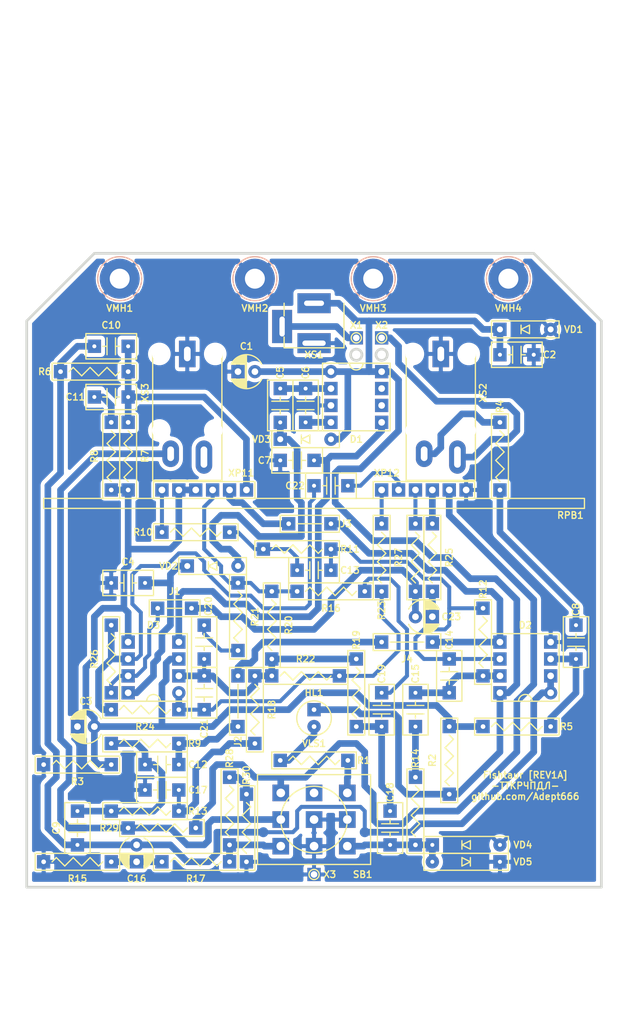
<source format=kicad_pcb>
(kicad_pcb (version 20171130) (host pcbnew 5.1.12-84ad8e8a86~92~ubuntu20.04.1)
  (title_block (title ТКП-1.21.A-2) (date 2023-07-15) (rev 1A) (company "Fishtaur [REV1A] SM") (comment 1 http://github.com/Adept666) (comment 2 "Igor Ivanov (Игорь Иванов)") (comment 3 -ТТКРЧПДЛ-) (comment 4 "This project is licensed under GNU General Public License v3.0 or later"))
  (layers (0 F.Cu jumper) (31 B.Cu signal) (37 F.SilkS user) (38 B.Mask user) (44 Edge.Cuts user))
  (net 0 "")
  (net 1 COM)
  (net 2 "Net-(HL1-PadC)")
  (net 3 /LED)
  (net 4 /PP3-POS)
  (net 5 /PP3-NEG)
  (net 6 /BYPASS)
  (net 7 "Net-(SB1-PadNO2)")
  (net 8 /OUT)
  (net 9 /IN)
  (net 10 /J2)
  (net 11 /J1)
  (net 12 VREF)
  (net 13 VA)
  (net 14 /LED-CIR)
  (net 15 VC)
  (net 16 VB)
  (net 17 /EFFECT)
  (net 18 "Net-(XS3-PadR/TN)")
  (net 19 "Net-(D1-Pad6)")
  (net 20 "Net-(D1-Pad7)")
  (net 21 "Net-(R10-Pad2)")
  (net 22 "Net-(R16-Pad1)")
  (net 23 "Net-(R23-Pad2)")
  (net 24 "Net-(C5-Pad1)")
  (net 25 "Net-(C5-Pad2)")
  (net 26 "Net-(C6-Pad2)")
  (net 27 "Net-(C8-Pad1)")
  (net 28 "Net-(C8-Pad2)")
  (net 29 "Net-(C10-Pad1)")
  (net 30 "Net-(C12-Pad1)")
  (net 31 "Net-(C10-Pad2)")
  (net 32 "Net-(C11-Pad2)")
  (net 33 "Net-(C13-Pad1)")
  (net 34 "Net-(C13-Pad2)")
  (net 35 "Net-(C14-Pad2)")
  (net 36 "Net-(C15-Pad2)")
  (net 37 "Net-(C16-Pad-)")
  (net 38 "Net-(C17-Pad1)")
  (net 39 "Net-(C18-Pad2)")
  (net 40 "Net-(C19-Pad2)")
  (net 41 "Net-(C20-Pad1)")
  (net 42 "Net-(C20-Pad2)")
  (net 43 "Net-(C21-Pad2)")
  (net 44 "Net-(C22-Pad1)")
  (net 45 "Net-(C22-Pad2)")
  (net 46 "Net-(C23-Pad-)")
  (net 47 "Net-(R25-Pad2)")
  (net 48 "Net-(R27-Pad1)")
  (module KCL-TH-SL:VMH-STA-DA5-PNL-3.0 (layer F.Cu) (at 134.62 96.52)
    (fp_text reference VMH4 (at 0 4.445) (layer F.SilkS) (effects (font (thickness 0.2))))
    (fp_text value DI5M3x20)
    (pad 0 thru_hole circle (at 0 0) (size 6 6) (drill 3) (layers B.Cu B.Mask) (net 1 COM))
  )
  (module KCL-TH-SL:VMH-STA-DA5-PNL-3.0 (layer F.Cu) (at 114.3 96.52)
    (fp_text reference VMH3 (at 0 4.445) (layer F.SilkS) (effects (font (thickness 0.2))))
    (fp_text value DI5M3x20)
    (pad 0 thru_hole circle (at 0 0) (size 6 6) (drill 3) (layers B.Cu B.Mask) (net 1 COM))
  )
  (module KCL-TH-SL:VMH-STA-DA5-PNL-3.0 (layer F.Cu) (at 96.52 96.52)
    (fp_text reference VMH2 (at 0 4.445) (layer F.SilkS) (effects (font (thickness 0.2))))
    (fp_text value DI5M3x20)
    (pad 0 thru_hole circle (at 0 0) (size 6 6) (drill 3) (layers B.Cu B.Mask) (net 1 COM))
  )
  (module KCL-TH-SL:VMH-STA-DA5-PNL-3.0 (layer F.Cu) (at 76.2 96.52)
    (fp_text reference VMH1 (at 0 4.445) (layer F.SilkS) (effects (font (thickness 0.2))))
    (fp_text value DI5M3x20)
    (pad 0 thru_hole circle (at 0 0) (size 6 6) (drill 3) (layers B.Cu B.Mask) (net 1 COM))
  )
  (module KCL-VIRTUAL:B-PP3-HV (layer F.Cu) (at 105.41 196.85)
    (fp_text reference GB1 hide)
    (fp_text value PP3 hide)
  )
  (module SBKCL-TH-SL:RPB-1590BB-18-3x17-DUAL-SINGLE-SINGLE-1.5-PNL-7.4-2.8 (layer F.Cu) (at 105.41 117.04)
    (fp_text reference RPB1 (at 40.64 15.04) (layer F.SilkS) (effects (font (thickness 0.2)) (justify right)))
    (fp_text value B100K-B10K-B10K)
    (fp_text user XP12 (at 8.89 8.69) (layer F.SilkS) (effects (font (thickness 0.2)) (justify left)))
    (fp_text user XP11 (at -8.89 8.69) (layer F.SilkS) (effects (font (thickness 0.2)) (justify right)))
    (pad 13 thru_hole rect (at -22.86 11.23) (size 2 2) (drill 1) (layers B.Cu B.Mask) (net 21 "Net-(R10-Pad2)"))
    (pad 31 thru_hole rect (at 22.86 11.23) (size 2 2) (drill 1) (layers B.Cu B.Mask) (net 1 COM))
    (pad 23 thru_hole rect (at 10.16 11.23) (size 2 2) (drill 1) (layers B.Cu B.Mask) (net 23 "Net-(R23-Pad2)"))
    (pad 22 thru_hole rect (at 12.7 11.23) (size 2 2) (drill 1) (layers B.Cu B.Mask) (net 44 "Net-(C22-Pad1)"))
    (pad 21 thru_hole rect (at 15.24 11.23) (size 2 2) (drill 1) (layers B.Cu B.Mask) (net 48 "Net-(R27-Pad1)"))
    (pad 33 thru_hole rect (at 17.78 11.23) (size 2 2) (drill 1) (layers B.Cu B.Mask) (net 47 "Net-(R25-Pad2)"))
    (pad 32 thru_hole rect (at 20.32 11.23) (size 2 2) (drill 1) (layers B.Cu B.Mask) (net 17 /EFFECT))
    (pad 14 thru_hole rect (at -10.16 11.23) (size 2 2) (drill 1) (layers B.Cu B.Mask) (net 31 "Net-(C10-Pad2)"))
    (pad 12 thru_hole rect (at -17.78 11.23) (size 2 2) (drill 1) (layers B.Cu B.Mask) (net 12 VREF))
    (pad 15 thru_hole rect (at -15.24 11.23) (size 2 2) (drill 1) (layers B.Cu B.Mask) (net 22 "Net-(R16-Pad1)"))
    (pad 16 thru_hole rect (at -20.32 11.23) (size 2 2) (drill 1) (layers B.Cu B.Mask) (net 12 VREF))
    (pad 11 thru_hole rect (at -12.7 11.23) (size 2 2) (drill 1) (layers B.Cu B.Mask) (net 10 /J2))
  )
  (module KCL-TH-SL:LED-ROUND-05.0-UNI-SH-SPACER-PNL-5.3 (layer F.Cu) (at 105.41 162.56 90)
    (fp_text reference HL1 (at 3.81 0 180) (layer F.SilkS) (effects (font (thickness 0.2))))
    (fp_text value FYL-5013UWC)
    (pad C thru_hole circle (at -1.27 0 90) (size 2 2) (drill 0.7) (layers B.Cu B.Mask) (net 2 "Net-(HL1-PadC)"))
    (pad A thru_hole rect (at 1.27 0 90) (size 2 2) (drill 0.7) (layers B.Cu B.Mask) (net 13 VA))
  )
  (module KCL-TH-SL:SW-PBS-24-302SP-2.5-PNL-13.0 (layer F.Cu) (at 105.41 177.8)
    (fp_text reference SB1 (at 8.89 8.255) (layer F.SilkS) (effects (font (thickness 0.2)) (justify right)))
    (fp_text value PBS-24-302SP)
    (pad COM3 thru_hole rect (at 5 0) (size 2.5 2.5) (drill 1.3) (layers B.Cu B.Mask) (net 1 COM))
    (pad NC3 thru_hole rect (at 5 4) (size 2.5 2.5) (drill 1.3) (layers B.Cu B.Mask) (net 14 /LED-CIR))
    (pad NO3 thru_hole rect (at 5 -4) (size 2.5 2.5) (drill 1.3) (layers B.Cu B.Mask) (net 3 /LED))
    (pad COM2 thru_hole rect (at 0 0) (size 2.5 2.5) (drill 1.3) (layers B.Cu B.Mask) (net 1 COM))
    (pad NC2 thru_hole rect (at 0 4) (size 2.5 2.5) (drill 1.3) (layers B.Cu B.Mask) (net 1 COM))
    (pad NO2 thru_hole rect (at 0 -4) (size 2.5 2.5) (drill 1.3) (layers B.Cu B.Mask) (net 7 "Net-(SB1-PadNO2)"))
    (pad NO1 thru_hole rect (at -5 -4) (size 2.5 2.5) (drill 1.3) (layers B.Cu B.Mask) (net 17 /EFFECT))
    (pad COM1 thru_hole rect (at -5 0) (size 2.5 2.5) (drill 1.3) (layers B.Cu B.Mask) (net 8 /OUT))
    (pad NC1 thru_hole rect (at -5 4) (size 2.5 2.5) (drill 1.3) (layers B.Cu B.Mask) (net 6 /BYPASS))
  )
  (module SBEL:1590BB_B1 (layer F.Cu) (at 105.41 148.59)
    (fp_text reference VE1 hide)
    (fp_text value 1590BB hide)
  )
  (module SBKCL-TH-SL:CON-ST-008X-04-OR-ST-008X-05 (layer F.Cu) (at 86.36 100.33 180)
    (fp_text reference XS3 (at 6.35 -13.335 90) (layer F.SilkS) (effects (font (thickness 0.2))))
    (fp_text value ST-008S-05)
    (pad "" np_thru_hole circle (at 4.2 -7.5 180) (size 2.2 2.2) (drill 2.2) (layers *.Cu *.Mask))
    (pad "" np_thru_hole circle (at -4.2 -7.5 180) (size 2.2 2.2) (drill 2.2) (layers *.Cu *.Mask))
    (pad "" np_thru_hole circle (at 4.2 -19 180) (size 2.2 2.2) (drill 2.2) (layers *.Cu *.Mask))
    (pad R/TN thru_hole oval (at -2.5 -23 180) (size 2.5 5) (drill oval 1 3.2) (layers B.Cu B.Mask) (net 18 "Net-(XS3-PadR/TN)"))
    (pad T thru_hole oval (at 2.5 -22.5 180) (size 2.5 4) (drill oval 1 2.2) (layers B.Cu B.Mask) (net 8 /OUT))
    (pad S thru_hole rect (at 0 -7.5 180) (size 2.5 4) (drill oval 1 2.2) (layers B.Cu B.Mask) (net 1 COM))
    (pad "" np_thru_hole circle (at -4.2 -19 180) (size 2.2 2.2) (drill 2.2) (layers *.Cu *.Mask))
  )
  (module SBKCL-TH-SL:CON-ST-008X-04-OR-ST-008X-05 (layer F.Cu) (at 124.46 100.33 180)
    (fp_text reference XS2 (at -6.35 -13.335 90) (layer F.SilkS) (effects (font (thickness 0.2))))
    (fp_text value ST-008S-05)
    (pad "" np_thru_hole circle (at 4.2 -7.5 180) (size 2.2 2.2) (drill 2.2) (layers *.Cu *.Mask))
    (pad "" np_thru_hole circle (at -4.2 -7.5 180) (size 2.2 2.2) (drill 2.2) (layers *.Cu *.Mask))
    (pad "" np_thru_hole circle (at 4.2 -19 180) (size 2.2 2.2) (drill 2.2) (layers *.Cu *.Mask))
    (pad R/TN thru_hole oval (at -2.5 -23 180) (size 2.5 5) (drill oval 1 3.2) (layers B.Cu B.Mask) (net 5 /PP3-NEG))
    (pad T thru_hole oval (at 2.5 -22.5 180) (size 2.5 4) (drill oval 1 2.2) (layers B.Cu B.Mask) (net 9 /IN))
    (pad S thru_hole rect (at 0 -7.5 180) (size 2.5 4) (drill oval 1 2.2) (layers B.Cu B.Mask) (net 1 COM))
    (pad "" np_thru_hole circle (at -4.2 -19 180) (size 2.2 2.2) (drill 2.2) (layers *.Cu *.Mask))
  )
  (module KCL-TH-SL:CON-PAD-S-1.0-2.0 (layer F.Cu) (at 111.76 105.41)
    (fp_text reference X1 (at 0 -1.905) (layer F.SilkS) (effects (font (thickness 0.2))))
    (fp_text value X)
    (pad 1 thru_hole rect (at 0 0) (size 2 2) (drill 1) (layers B.Cu B.Mask) (net 4 /PP3-POS))
  )
  (module KCL-VIRTUAL:VLS-BR (layer F.Cu) (at 105.41 162.56)
    (fp_text reference VLS1 (at 0 3.81) (layer F.SilkS) (effects (font (thickness 0.2))))
    (fp_text value BR-17.8)
  )
  (module KCL-TH-SL:CON-PAD-S-1.0-2.0 (layer F.Cu) (at 115.57 105.41)
    (fp_text reference X2 (at 0 -1.905) (layer F.SilkS) (effects (font (thickness 0.2))))
    (fp_text value X)
    (pad 1 thru_hole rect (at 0 0) (size 2 2) (drill 1) (layers B.Cu B.Mask) (net 5 /PP3-NEG))
  )
  (module KCL-TH-SL:C-DISK-D04.2-T03.0-P05.08-d0.5 (layer F.Cu) (at 135.89 107.95)
    (fp_text reference C2 (at 3.81 0 180) (layer F.SilkS) (effects (font (thickness 0.2)) (justify left)))
    (fp_text value 104)
    (pad 1 thru_hole rect (at -2.54 0) (size 2 2) (drill 0.6) (layers B.Cu B.Mask) (net 13 VA))
    (pad 2 thru_hole rect (at 2.54 0) (size 2 2) (drill 0.6) (layers B.Cu B.Mask) (net 1 COM))
  )
  (module KCL-TH-SL:CON-PAD-S-1.0-2.0 (layer F.Cu) (at 105.41 186.055)
    (fp_text reference X3 (at 1.27 0) (layer F.SilkS) (effects (font (thickness 0.2)) (justify left)))
    (fp_text value COM)
    (pad 1 thru_hole rect (at 0 0) (size 2 2) (drill 1) (layers B.Cu B.Mask) (net 1 COM))
  )
  (module KCL-TH-SL:CP-RADIAL-D05.0-P02.0-CLS (layer F.Cu) (at 95.25 110.49 180)
    (fp_text reference C1 (at 0 3.81 180) (layer F.SilkS) (effects (font (thickness 0.2))))
    (fp_text value 476)
    (pad + thru_hole circle (at -1.27 0 180) (size 2 2) (drill 1) (layers B.Cu B.Mask) (net 13 VA))
    (pad - thru_hole rect (at 1.27 0 180) (size 2 2) (drill 1) (layers B.Cu B.Mask) (net 1 COM))
  )
  (module KCL-TH-SL:CON-DC-005 (layer F.Cu) (at 105.41 92.71 180)
    (fp_text reference XS1 (at 0 -15.24) (layer F.SilkS) (effects (font (thickness 0.2))))
    (fp_text value DC-005)
    (pad C thru_hole rect (at 0 -13.5 180) (size 5 3) (drill oval 3.5 0.8) (layers B.Cu B.Mask) (net 1 COM))
    (pad SN thru_hole rect (at 4.8 -11 180) (size 3 5) (drill oval 0.8 3) (layers B.Cu B.Mask) (net 4 /PP3-POS))
    (pad S thru_hole rect (at 0 -7.5 180) (size 5 3) (drill oval 3 0.8) (layers B.Cu B.Mask) (net 13 VA))
  )
  (module KCL-TH-SL:R-MFR-25 (layer F.Cu) (at 105.41 168.91 180)
    (fp_text reference R1 (at -6.35 0) (layer F.SilkS) (effects (font (thickness 0.2)) (justify left)))
    (fp_text value 103)
    (pad 1 thru_hole rect (at -5.08 0 180) (size 2 2) (drill 0.7) (layers B.Cu B.Mask) (net 3 /LED))
    (pad 2 thru_hole rect (at 5.08 0 180) (size 2 2) (drill 0.7) (layers B.Cu B.Mask) (net 2 "Net-(HL1-PadC)"))
  )
  (module KCL-TH-SL:R-MFR-25 (layer F.Cu) (at 95.25 179.07 90)
    (fp_text reference R30 (at 6.35 0 90) (layer F.SilkS) (effects (font (thickness 0.2)) (justify left)))
    (fp_text value 104)
    (pad 1 thru_hole rect (at -5.08 0 90) (size 2 2) (drill 0.7) (layers B.Cu B.Mask) (net 1 COM))
    (pad 2 thru_hole rect (at 5.08 0 90) (size 2 2) (drill 0.7) (layers B.Cu B.Mask) (net 8 /OUT))
  )
  (module KCL-TH-SL:P-DIP-08 (layer F.Cu) (at 137.16 154.94 180)
    (fp_text reference D2 (at 0 6.35) (layer F.SilkS) (effects (font (thickness 0.2))))
    (fp_text value 072)
    (pad 1 thru_hole circle (at -3.81 -3.81 180) (size 2 2) (drill 1) (layers B.Cu B.Mask) (net 29 "Net-(C10-Pad1)"))
    (pad 2 thru_hole rect (at -3.81 -1.27 180) (size 2 2) (drill 1) (layers B.Cu B.Mask) (net 29 "Net-(C10-Pad1)"))
    (pad 3 thru_hole rect (at -3.81 1.27 180) (size 2 2) (drill 1) (layers B.Cu B.Mask) (net 28 "Net-(C8-Pad2)"))
    (pad 4 thru_hole rect (at -3.81 3.81 180) (size 2 2) (drill 1) (layers B.Cu B.Mask) (net 1 COM))
    (pad 5 thru_hole rect (at 3.81 3.81 180) (size 2 2) (drill 1) (layers B.Cu B.Mask) (net 10 /J2))
    (pad 6 thru_hole rect (at 3.81 1.27 180) (size 2 2) (drill 1) (layers B.Cu B.Mask) (net 34 "Net-(C13-Pad2)"))
    (pad 7 thru_hole rect (at 3.81 -1.27 180) (size 2 2) (drill 1) (layers B.Cu B.Mask) (net 35 "Net-(C14-Pad2)"))
    (pad 8 thru_hole rect (at 3.81 -3.81 180) (size 2 2) (drill 1) (layers B.Cu B.Mask) (net 13 VA))
  )
  (module KCL-TH-SL:C-DISK-D04.2-T03.0-P05.08-d0.5 (layer F.Cu) (at 144.78 151.13 270)
    (fp_text reference C8 (at -3.81 0 90) (layer F.SilkS) (effects (font (thickness 0.2)) (justify left)))
    (fp_text value 104)
    (pad 1 thru_hole rect (at -2.54 0 270) (size 2 2) (drill 0.6) (layers B.Cu B.Mask) (net 27 "Net-(C8-Pad1)"))
    (pad 2 thru_hole rect (at 2.54 0 270) (size 2 2) (drill 0.6) (layers B.Cu B.Mask) (net 28 "Net-(C8-Pad2)"))
  )
  (module KCL-TH-SL:C-DISK-D04.2-T03.0-P05.08-d0.5 (layer F.Cu) (at 82.55 169.545)
    (fp_text reference C12 (at 3.81 0) (layer F.SilkS) (effects (font (thickness 0.2)) (justify left)))
    (fp_text value 683)
    (pad 1 thru_hole rect (at -2.54 0) (size 2 2) (drill 0.6) (layers B.Cu B.Mask) (net 30 "Net-(C12-Pad1)"))
    (pad 2 thru_hole rect (at 2.54 0) (size 2 2) (drill 0.6) (layers B.Cu B.Mask) (net 10 /J2))
  )
  (module KCL-TH-SL:C-DISK-D04.2-T03.0-P05.08-d0.5 (layer F.Cu) (at 105.41 140.335)
    (fp_text reference C13 (at 3.81 0) (layer F.SilkS) (effects (font (thickness 0.2)) (justify left)))
    (fp_text value 823)
    (pad 1 thru_hole rect (at -2.54 0) (size 2 2) (drill 0.6) (layers B.Cu B.Mask) (net 33 "Net-(C13-Pad1)"))
    (pad 2 thru_hole rect (at 2.54 0) (size 2 2) (drill 0.6) (layers B.Cu B.Mask) (net 34 "Net-(C13-Pad2)"))
  )
  (module KCL-TH-SL:C-DISK-D04.2-T03.0-P05.08-d0.5 (layer F.Cu) (at 125.73 156.21 270)
    (fp_text reference C14 (at -3.81 0 90) (layer F.SilkS) (effects (font (thickness 0.2)) (justify left)))
    (fp_text value 391)
    (pad 1 thru_hole rect (at -2.54 0 270) (size 2 2) (drill 0.6) (layers B.Cu B.Mask) (net 34 "Net-(C13-Pad2)"))
    (pad 2 thru_hole rect (at 2.54 0 270) (size 2 2) (drill 0.6) (layers B.Cu B.Mask) (net 35 "Net-(C14-Pad2)"))
  )
  (module KCL-TH-SL:C-DISK-D04.2-T03.0-P05.08-d0.5 (layer F.Cu) (at 120.65 161.29 270)
    (fp_text reference C15 (at -3.81 0 90) (layer F.SilkS) (effects (font (thickness 0.2)) (justify left)))
    (fp_text value 105)
    (pad 1 thru_hole rect (at -2.54 0 270) (size 2 2) (drill 0.6) (layers B.Cu B.Mask) (net 35 "Net-(C14-Pad2)"))
    (pad 2 thru_hole rect (at 2.54 0 270) (size 2 2) (drill 0.6) (layers B.Cu B.Mask) (net 36 "Net-(C15-Pad2)"))
  )
  (module KCL-TH-SL:C-DISK-D04.2-T03.0-P05.08-d0.5 (layer F.Cu) (at 116.84 179.07 90)
    (fp_text reference C18 (at 3.81 0 90) (layer F.SilkS) (effects (font (thickness 0.2)) (justify left)))
    (fp_text value 105)
    (pad 1 thru_hole rect (at -2.54 0 90) (size 2 2) (drill 0.6) (layers B.Cu B.Mask) (net 14 /LED-CIR))
    (pad 2 thru_hole rect (at 2.54 0 90) (size 2 2) (drill 0.6) (layers B.Cu B.Mask) (net 39 "Net-(C18-Pad2)"))
  )
  (module KCL-TH-SL:C-DISK-D04.2-T03.0-P05.08-d0.5 (layer F.Cu) (at 115.57 161.29 90)
    (fp_text reference C19 (at 3.81 0 90) (layer F.SilkS) (effects (font (thickness 0.2)) (justify left)))
    (fp_text value 222)
    (pad 1 thru_hole rect (at -2.54 0 90) (size 2 2) (drill 0.6) (layers B.Cu B.Mask) (net 39 "Net-(C18-Pad2)"))
    (pad 2 thru_hole rect (at 2.54 0 90) (size 2 2) (drill 0.6) (layers B.Cu B.Mask) (net 40 "Net-(C19-Pad2)"))
  )
  (module KCL-TH-SL:C-DISK-D04.2-T03.0-P05.08-d0.5 (layer F.Cu) (at 88.9 151.13 90)
    (fp_text reference C20 (at 3.81 0.635 90) (layer F.SilkS) (effects (font (thickness 0.2)) (justify left)))
    (fp_text value 223)
    (pad 1 thru_hole rect (at -2.54 0 90) (size 2 2) (drill 0.6) (layers B.Cu B.Mask) (net 41 "Net-(C20-Pad1)"))
    (pad 2 thru_hole rect (at 2.54 0 90) (size 2 2) (drill 0.6) (layers B.Cu B.Mask) (net 42 "Net-(C20-Pad2)"))
  )
  (module KCL-TH-SL:C-DISK-D04.2-T03.0-P05.08-d0.5 (layer F.Cu) (at 88.9 158.75 270)
    (fp_text reference C21 (at 3.81 0 90) (layer F.SilkS) (effects (font (thickness 0.2)) (justify right)))
    (fp_text value 821)
    (pad 1 thru_hole rect (at -2.54 0 270) (size 2 2) (drill 0.6) (layers B.Cu B.Mask) (net 41 "Net-(C20-Pad1)"))
    (pad 2 thru_hole rect (at 2.54 0 270) (size 2 2) (drill 0.6) (layers B.Cu B.Mask) (net 43 "Net-(C21-Pad2)"))
  )
  (module KCL-TH-SL:C-DISK-D04.2-T03.0-P05.08-d0.5 (layer F.Cu) (at 82.55 173.355 180)
    (fp_text reference C17 (at -3.81 0) (layer F.SilkS) (effects (font (thickness 0.2)) (justify left)))
    (fp_text value 105)
    (pad 1 thru_hole rect (at -2.54 0 180) (size 2 2) (drill 0.6) (layers B.Cu B.Mask) (net 38 "Net-(C17-Pad1)"))
    (pad 2 thru_hole rect (at 2.54 0 180) (size 2 2) (drill 0.6) (layers B.Cu B.Mask) (net 1 COM))
  )
  (module KCL-TH-SL:R-MFR-25 (layer F.Cu) (at 133.35 123.19 270)
    (fp_text reference R4 (at -6.35 0 90) (layer F.SilkS) (effects (font (thickness 0.2)) (justify left)))
    (fp_text value 103)
    (pad 1 thru_hole rect (at -5.08 0 270) (size 2 2) (drill 0.7) (layers B.Cu B.Mask) (net 9 /IN))
    (pad 2 thru_hole rect (at 5.08 0 270) (size 2 2) (drill 0.7) (layers B.Cu B.Mask) (net 27 "Net-(C8-Pad1)"))
  )
  (module KCL-TH-SL:R-MFR-25 (layer F.Cu) (at 135.89 163.83)
    (fp_text reference R5 (at 6.35 0) (layer F.SilkS) (effects (font (thickness 0.2)) (justify left)))
    (fp_text value 105)
    (pad 1 thru_hole rect (at -5.08 0) (size 2 2) (drill 0.7) (layers B.Cu B.Mask) (net 12 VREF))
    (pad 2 thru_hole rect (at 5.08 0) (size 2 2) (drill 0.7) (layers B.Cu B.Mask) (net 28 "Net-(C8-Pad2)"))
  )
  (module KCL-TH-SL:R-MFR-25 (layer F.Cu) (at 80.01 176.53)
    (fp_text reference R13 (at 6.35 0) (layer F.SilkS) (effects (font (thickness 0.2)) (justify left)))
    (fp_text value 152)
    (pad 1 thru_hole rect (at -5.08 0) (size 2 2) (drill 0.7) (layers B.Cu B.Mask) (net 30 "Net-(C12-Pad1)"))
    (pad 2 thru_hole rect (at 5.08 0) (size 2 2) (drill 0.7) (layers B.Cu B.Mask) (net 38 "Net-(C17-Pad1)"))
  )
  (module KCL-TH-SL:R-MFR-25 (layer F.Cu) (at 87.63 134.62 180)
    (fp_text reference R10 (at 6.35 0) (layer F.SilkS) (effects (font (thickness 0.2)) (justify right)))
    (fp_text value 202)
    (pad 1 thru_hole rect (at -5.08 0 180) (size 2 2) (drill 0.7) (layers B.Cu B.Mask) (net 33 "Net-(C13-Pad1)"))
    (pad 2 thru_hole rect (at 5.08 0 180) (size 2 2) (drill 0.7) (layers B.Cu B.Mask) (net 21 "Net-(R10-Pad2)"))
  )
  (module KCL-TH-SL:R-MFR-25 (layer F.Cu) (at 102.87 137.16)
    (fp_text reference R11 (at 6.35 0) (layer F.SilkS) (effects (font (thickness 0.2)) (justify left)))
    (fp_text value 153)
    (pad 1 thru_hole rect (at -5.08 0) (size 2 2) (drill 0.7) (layers B.Cu B.Mask) (net 33 "Net-(C13-Pad1)"))
    (pad 2 thru_hole rect (at 5.08 0) (size 2 2) (drill 0.7) (layers B.Cu B.Mask) (net 34 "Net-(C13-Pad2)"))
  )
  (module KCL-TH-SL:R-MFR-25 (layer F.Cu) (at 130.81 151.13 270)
    (fp_text reference R12 (at -6.35 0 90) (layer F.SilkS) (effects (font (thickness 0.2)) (justify left)))
    (fp_text value 434)
    (pad 1 thru_hole rect (at -5.08 0 270) (size 2 2) (drill 0.7) (layers B.Cu B.Mask) (net 34 "Net-(C13-Pad2)"))
    (pad 2 thru_hole rect (at 5.08 0 270) (size 2 2) (drill 0.7) (layers B.Cu B.Mask) (net 35 "Net-(C14-Pad2)"))
  )
  (module KCL-TH-SL:R-MFR-25 (layer F.Cu) (at 120.65 176.53 270)
    (fp_text reference R14 (at -6.35 0 90) (layer F.SilkS) (effects (font (thickness 0.2)) (justify left)))
    (fp_text value 102)
    (pad 1 thru_hole rect (at -5.08 0 270) (size 2 2) (drill 0.7) (layers B.Cu B.Mask) (net 36 "Net-(C15-Pad2)"))
    (pad 2 thru_hole rect (at 5.08 0 270) (size 2 2) (drill 0.7) (layers B.Cu B.Mask) (net 14 /LED-CIR))
  )
  (module KCL-TH-SL:R-MFR-25 (layer F.Cu) (at 107.95 143.51)
    (fp_text reference R16 (at 0 2.54) (layer F.SilkS) (effects (font (thickness 0.2))))
    (fp_text value 223)
    (pad 1 thru_hole rect (at -5.08 0) (size 2 2) (drill 0.7) (layers B.Cu B.Mask) (net 22 "Net-(R16-Pad1)"))
    (pad 2 thru_hole rect (at 5.08 0) (size 2 2) (drill 0.7) (layers B.Cu B.Mask) (net 40 "Net-(C19-Pad2)"))
  )
  (module KCL-TH-SL:R-MFR-25 (layer F.Cu) (at 111.76 158.75 90)
    (fp_text reference R19 (at 6.35 0 90) (layer F.SilkS) (effects (font (thickness 0.2)) (justify left)))
    (fp_text value 473)
    (pad 1 thru_hole rect (at -5.08 0 90) (size 2 2) (drill 0.7) (layers B.Cu B.Mask) (net 39 "Net-(C18-Pad2)"))
    (pad 2 thru_hole rect (at 5.08 0 90) (size 2 2) (drill 0.7) (layers B.Cu B.Mask) (net 41 "Net-(C20-Pad1)"))
  )
  (module KCL-TH-SL:R-MFR-25 (layer F.Cu) (at 99.06 148.59 270)
    (fp_text reference R20 (at 0 -2.54 90) (layer F.SilkS) (effects (font (thickness 0.2))))
    (fp_text value 273)
    (pad 1 thru_hole rect (at -5.08 0 270) (size 2 2) (drill 0.7) (layers B.Cu B.Mask) (net 22 "Net-(R16-Pad1)"))
    (pad 2 thru_hole rect (at 5.08 0 270) (size 2 2) (drill 0.7) (layers B.Cu B.Mask) (net 41 "Net-(C20-Pad1)"))
  )
  (module KCL-TH-SL:R-MFR-25 (layer F.Cu) (at 93.98 147.32 270)
    (fp_text reference R21 (at 0 -2.54 90) (layer F.SilkS) (effects (font (thickness 0.2))))
    (fp_text value 123)
    (pad 1 thru_hole rect (at -5.08 0 270) (size 2 2) (drill 0.7) (layers B.Cu B.Mask) (net 22 "Net-(R16-Pad1)"))
    (pad 2 thru_hole rect (at 5.08 0 270) (size 2 2) (drill 0.7) (layers B.Cu B.Mask) (net 42 "Net-(C20-Pad2)"))
  )
  (module KCL-TH-SL:R-MFR-25 (layer F.Cu) (at 96.52 161.29 90)
    (fp_text reference R18 (at 0 2.54 90) (layer F.SilkS) (effects (font (thickness 0.2))))
    (fp_text value 153)
    (pad 1 thru_hole rect (at -5.08 0 90) (size 2 2) (drill 0.7) (layers B.Cu B.Mask) (net 38 "Net-(C17-Pad1)"))
    (pad 2 thru_hole rect (at 5.08 0 90) (size 2 2) (drill 0.7) (layers B.Cu B.Mask) (net 41 "Net-(C20-Pad1)"))
  )
  (module KCL-TH-SL:R-MFR-25 (layer F.Cu) (at 104.14 156.21)
    (fp_text reference R22 (at 0 -2.54) (layer F.SilkS) (effects (font (thickness 0.2))))
    (fp_text value 394)
    (pad 1 thru_hole rect (at -5.08 0) (size 2 2) (drill 0.7) (layers B.Cu B.Mask) (net 41 "Net-(C20-Pad1)"))
    (pad 2 thru_hole rect (at 5.08 0) (size 2 2) (drill 0.7) (layers B.Cu B.Mask) (net 43 "Net-(C21-Pad2)"))
  )
  (module KCL-TH-SL:P-DO-7 (layer F.Cu) (at 128.27 181.61 180)
    (fp_text reference VD4 (at -6.985 0) (layer F.SilkS) (effects (font (thickness 0.2)) (justify left)))
    (fp_text value 34A)
    (pad A thru_hole circle (at -5.08 0 180) (size 2 2) (drill 0.6) (layers B.Cu B.Mask) (net 1 COM))
    (pad C thru_hole rect (at 5.08 0 180) (size 2 2) (drill 0.6) (layers B.Cu B.Mask) (net 14 /LED-CIR))
  )
  (module KCL-TH-SL:P-DO-7 (layer F.Cu) (at 128.27 184.15)
    (fp_text reference VD5 (at 6.985 0) (layer F.SilkS) (effects (font (thickness 0.2)) (justify left)))
    (fp_text value 34A)
    (pad A thru_hole circle (at -5.08 0) (size 2 2) (drill 0.6) (layers B.Cu B.Mask) (net 14 /LED-CIR))
    (pad C thru_hole rect (at 5.08 0) (size 2 2) (drill 0.6) (layers B.Cu B.Mask) (net 1 COM))
  )
  (module KCL-TH-SL:C-DISK-D04.2-T03.0-P05.08-d0.5 (layer F.Cu) (at 69.85 179.07 90)
    (fp_text reference C9 (at 0 -3.175 90) (layer F.SilkS) (effects (font (thickness 0.2))))
    (fp_text value 104)
    (pad 1 thru_hole rect (at -2.54 0 90) (size 2 2) (drill 0.6) (layers B.Cu B.Mask) (net 29 "Net-(C10-Pad1)"))
    (pad 2 thru_hole rect (at 2.54 0 90) (size 2 2) (drill 0.6) (layers B.Cu B.Mask) (net 30 "Net-(C12-Pad1)"))
  )
  (module KCL-TH-SL:C-DISK-D04.2-T03.0-P05.08-d0.5 (layer F.Cu) (at 74.93 106.68)
    (fp_text reference C10 (at 0 -3.175) (layer F.SilkS) (effects (font (thickness 0.2))))
    (fp_text value 683)
    (pad 1 thru_hole rect (at -2.54 0) (size 2 2) (drill 0.6) (layers B.Cu B.Mask) (net 29 "Net-(C10-Pad1)"))
    (pad 2 thru_hole rect (at 2.54 0) (size 2 2) (drill 0.6) (layers B.Cu B.Mask) (net 31 "Net-(C10-Pad2)"))
  )
  (module KCL-TH-SL:C-DISK-D04.2-T03.0-P05.08-d0.5 (layer F.Cu) (at 74.93 114.3 180)
    (fp_text reference C11 (at 3.81 0) (layer F.SilkS) (effects (font (thickness 0.2)) (justify right)))
    (fp_text value 334)
    (pad 1 thru_hole rect (at -2.54 0 180) (size 2 2) (drill 0.6) (layers B.Cu B.Mask) (net 31 "Net-(C10-Pad2)"))
    (pad 2 thru_hole rect (at 2.54 0 180) (size 2 2) (drill 0.6) (layers B.Cu B.Mask) (net 32 "Net-(C11-Pad2)"))
  )
  (module KCL-TH-SL:CP-RADIAL-D05.0-P02.0-CLS (layer F.Cu) (at 78.74 182.88 270)
    (fp_text reference C16 (at 3.81 0) (layer F.SilkS) (effects (font (thickness 0.2))))
    (fp_text value 475)
    (pad + thru_hole circle (at -1.27 0 270) (size 2 2) (drill 1) (layers B.Cu B.Mask) (net 29 "Net-(C10-Pad1)"))
    (pad - thru_hole rect (at 1.27 0 270) (size 2 2) (drill 1) (layers B.Cu B.Mask) (net 37 "Net-(C16-Pad-)"))
  )
  (module KCL-TH-SL:R-MFR-25 (layer F.Cu) (at 69.85 184.15)
    (fp_text reference R15 (at 0 2.54) (layer F.SilkS) (effects (font (thickness 0.2))))
    (fp_text value 104)
    (pad 1 thru_hole rect (at -5.08 0) (size 2 2) (drill 0.7) (layers B.Cu B.Mask) (net 1 COM))
    (pad 2 thru_hole rect (at 5.08 0) (size 2 2) (drill 0.7) (layers B.Cu B.Mask) (net 37 "Net-(C16-Pad-)"))
  )
  (module KCL-TH-SL:R-MFR-25 (layer F.Cu) (at 87.63 184.15)
    (fp_text reference R17 (at 0 2.54) (layer F.SilkS) (effects (font (thickness 0.2))))
    (fp_text value 561)
    (pad 1 thru_hole rect (at -5.08 0) (size 2 2) (drill 0.7) (layers B.Cu B.Mask) (net 37 "Net-(C16-Pad-)"))
    (pad 2 thru_hole rect (at 5.08 0) (size 2 2) (drill 0.7) (layers B.Cu B.Mask) (net 6 /BYPASS))
  )
  (module KCL-TH-SL:R-MFR-25 (layer F.Cu) (at 72.39 110.49 180)
    (fp_text reference R6 (at 6.35 0) (layer F.SilkS) (effects (font (thickness 0.2)) (justify right)))
    (fp_text value 512)
    (pad 1 thru_hole rect (at -5.08 0 180) (size 2 2) (drill 0.7) (layers B.Cu B.Mask) (net 31 "Net-(C10-Pad2)"))
    (pad 2 thru_hole rect (at 5.08 0 180) (size 2 2) (drill 0.7) (layers B.Cu B.Mask) (net 29 "Net-(C10-Pad1)"))
  )
  (module KCL-TH-SL:R-MFR-25 (layer F.Cu) (at 77.47 123.19 90)
    (fp_text reference R7 (at 0 2.54 90) (layer F.SilkS) (effects (font (thickness 0.2))))
    (fp_text value 152)
    (pad 1 thru_hole rect (at -5.08 0 90) (size 2 2) (drill 0.7) (layers B.Cu B.Mask) (net 12 VREF))
    (pad 2 thru_hole rect (at 5.08 0 90) (size 2 2) (drill 0.7) (layers B.Cu B.Mask) (net 31 "Net-(C10-Pad2)"))
  )
  (module KCL-TH-SL:R-MFR-25 (layer F.Cu) (at 74.93 123.19 90)
    (fp_text reference R8 (at 0 -2.54 90) (layer F.SilkS) (effects (font (thickness 0.2))))
    (fp_text value 102)
    (pad 1 thru_hole rect (at -5.08 0 90) (size 2 2) (drill 0.7) (layers B.Cu B.Mask) (net 12 VREF))
    (pad 2 thru_hole rect (at 5.08 0 90) (size 2 2) (drill 0.7) (layers B.Cu B.Mask) (net 32 "Net-(C11-Pad2)"))
  )
  (module KCL-TH-SL:R-MFR-25 (layer F.Cu) (at 115.57 138.43 90)
    (fp_text reference R23 (at -6.35 0 90) (layer F.SilkS) (effects (font (thickness 0.2)) (justify right)))
    (fp_text value 182)
    (pad 1 thru_hole rect (at -5.08 0 90) (size 2 2) (drill 0.7) (layers B.Cu B.Mask) (net 43 "Net-(C21-Pad2)"))
    (pad 2 thru_hole rect (at 5.08 0 90) (size 2 2) (drill 0.7) (layers B.Cu B.Mask) (net 23 "Net-(R23-Pad2)"))
  )
  (module KCL-TH-SL:R-MFR-25 (layer F.Cu) (at 80.01 161.29 180)
    (fp_text reference R24 (at 0 -2.54) (layer F.SilkS) (effects (font (thickness 0.2))))
    (fp_text value 104)
    (pad 1 thru_hole rect (at -5.08 0 180) (size 2 2) (drill 0.7) (layers B.Cu B.Mask) (net 43 "Net-(C21-Pad2)"))
    (pad 2 thru_hole rect (at 5.08 0 180) (size 2 2) (drill 0.7) (layers B.Cu B.Mask) (net 45 "Net-(C22-Pad2)"))
  )
  (module KCL-TH-SL:C-DISK-D04.2-T03.0-P05.08-d0.5 (layer F.Cu) (at 107.95 127.635 180)
    (fp_text reference C22 (at 3.81 0) (layer F.SilkS) (effects (font (thickness 0.2)) (justify right)))
    (fp_text value 392)
    (pad 1 thru_hole rect (at -2.54 0 180) (size 2 2) (drill 0.6) (layers B.Cu B.Mask) (net 44 "Net-(C22-Pad1)"))
    (pad 2 thru_hole rect (at 2.54 0 180) (size 2 2) (drill 0.6) (layers B.Cu B.Mask) (net 45 "Net-(C22-Pad2)"))
  )
  (module KCL-TH-SL:CP-RADIAL-D05.0-P02.0-CLS (layer F.Cu) (at 121.92 147.32)
    (fp_text reference C23 (at 2.54 0) (layer F.SilkS) (effects (font (thickness 0.2)) (justify left)))
    (fp_text value 475)
    (pad + thru_hole circle (at -1.27 0) (size 2 2) (drill 1) (layers B.Cu B.Mask) (net 11 /J1))
    (pad - thru_hole rect (at 1.27 0) (size 2 2) (drill 1) (layers B.Cu B.Mask) (net 46 "Net-(C23-Pad-)"))
  )
  (module KCL-TH-SL:R-MFR-25 (layer F.Cu) (at 123.19 138.43 90)
    (fp_text reference R25 (at 0 2.54 90) (layer F.SilkS) (effects (font (thickness 0.2))))
    (fp_text value 561)
    (pad 2 thru_hole rect (at 5.08 0 90) (size 2 2) (drill 0.7) (layers B.Cu B.Mask) (net 47 "Net-(R25-Pad2)"))
    (pad 1 thru_hole rect (at -5.08 0 90) (size 2 2) (drill 0.7) (layers B.Cu B.Mask) (net 46 "Net-(C23-Pad-)"))
  )
  (module KCL-TH-SL:R-MFR-25 (layer F.Cu) (at 120.65 138.43 270)
    (fp_text reference R27 (at 0 2.54 270) (layer F.SilkS) (effects (font (thickness 0.2))))
    (fp_text value 472)
    (pad 1 thru_hole rect (at -5.08 0 270) (size 2 2) (drill 0.7) (layers B.Cu B.Mask) (net 48 "Net-(R27-Pad1)"))
    (pad 2 thru_hole rect (at 5.08 0 270) (size 2 2) (drill 0.7) (layers B.Cu B.Mask) (net 11 /J1))
  )
  (module KCL-TH-SL:P-DIP-08 (layer F.Cu) (at 111.76 114.3)
    (fp_text reference D1 (at 0 6.35) (layer F.SilkS) (effects (font (thickness 0.2))))
    (fp_text value 7660S)
    (pad 1 thru_hole circle (at -3.81 -3.81) (size 2 2) (drill 1) (layers B.Cu B.Mask) (net 13 VA))
    (pad 2 thru_hole rect (at -3.81 -1.27) (size 2 2) (drill 1) (layers B.Cu B.Mask) (net 25 "Net-(C5-Pad2)"))
    (pad 3 thru_hole rect (at -3.81 1.27) (size 2 2) (drill 1) (layers B.Cu B.Mask) (net 1 COM))
    (pad 4 thru_hole rect (at -3.81 3.81) (size 2 2) (drill 1) (layers B.Cu B.Mask) (net 26 "Net-(C6-Pad2)"))
    (pad 5 thru_hole rect (at 3.81 3.81) (size 2 2) (drill 1) (layers B.Cu B.Mask) (net 15 VC))
    (pad 6 thru_hole rect (at 3.81 1.27) (size 2 2) (drill 1) (layers B.Cu B.Mask) (net 19 "Net-(D1-Pad6)"))
    (pad 7 thru_hole rect (at 3.81 -1.27) (size 2 2) (drill 1) (layers B.Cu B.Mask) (net 20 "Net-(D1-Pad7)"))
    (pad 8 thru_hole rect (at 3.81 -3.81) (size 2 2) (drill 1) (layers B.Cu B.Mask) (net 13 VA))
  )
  (module KCL-TH-SL:R-MFR-25 (layer F.Cu) (at 92.71 176.53 90)
    (fp_text reference R28 (at 6.35 0 90) (layer F.SilkS) (effects (font (thickness 0.2)) (justify left)))
    (fp_text value 683)
    (pad 1 thru_hole rect (at -5.08 0 90) (size 2 2) (drill 0.7) (layers B.Cu B.Mask) (net 6 /BYPASS))
    (pad 2 thru_hole rect (at 5.08 0 90) (size 2 2) (drill 0.7) (layers B.Cu B.Mask) (net 8 /OUT))
  )
  (module KCL-TH-SL:R-MFR-25 (layer F.Cu) (at 82.55 179.07 180)
    (fp_text reference R29 (at 6.35 0) (layer F.SilkS) (effects (font (thickness 0.2)) (justify right)))
    (fp_text value 683)
    (pad 1 thru_hole rect (at -5.08 0 180) (size 2 2) (drill 0.7) (layers B.Cu B.Mask) (net 17 /EFFECT))
    (pad 2 thru_hole rect (at 5.08 0 180) (size 2 2) (drill 0.7) (layers B.Cu B.Mask) (net 8 /OUT))
  )
  (module KCL-TH-SL:CP-RADIAL-D05.0-P02.0-CLS (layer F.Cu) (at 71.12 163.83 180)
    (fp_text reference C3 (at 0 3.81) (layer F.SilkS) (effects (font (thickness 0.2))))
    (fp_text value 476)
    (pad + thru_hole circle (at -1.27 0 180) (size 2 2) (drill 1) (layers B.Cu B.Mask) (net 12 VREF))
    (pad - thru_hole rect (at 1.27 0 180) (size 2 2) (drill 1) (layers B.Cu B.Mask) (net 1 COM))
  )
  (module KCL-TH-SL:C-DISK-D04.2-T03.0-P05.08-d0.5 (layer F.Cu) (at 102.87 123.825)
    (fp_text reference C7 (at -3.81 0) (layer F.SilkS) (effects (font (thickness 0.2)) (justify right)))
    (fp_text value 105)
    (pad 1 thru_hole rect (at -2.54 0) (size 2 2) (drill 0.6) (layers B.Cu B.Mask) (net 1 COM))
    (pad 2 thru_hole rect (at 2.54 0) (size 2 2) (drill 0.6) (layers B.Cu B.Mask) (net 15 VC))
  )
  (module KCL-TH-SL:C-DISK-D04.2-T03.0-P05.08-d0.5 (layer F.Cu) (at 100.33 115.57 90)
    (fp_text reference C5 (at 3.81 0 90) (layer F.SilkS) (effects (font (thickness 0.2)) (justify left)))
    (fp_text value 105)
    (pad 1 thru_hole rect (at -2.54 0 90) (size 2 2) (drill 0.6) (layers B.Cu B.Mask) (net 24 "Net-(C5-Pad1)"))
    (pad 2 thru_hole rect (at 2.54 0 90) (size 2 2) (drill 0.6) (layers B.Cu B.Mask) (net 25 "Net-(C5-Pad2)"))
  )
  (module KCL-TH-SL:C-DISK-D04.2-T03.0-P05.08-d0.5 (layer F.Cu) (at 77.47 142.24 180)
    (fp_text reference C4 (at 0 3.175) (layer F.SilkS) (effects (font (thickness 0.2))))
    (fp_text value 105)
    (pad 1 thru_hole rect (at -2.54 0 180) (size 2 2) (drill 0.6) (layers B.Cu B.Mask) (net 16 VB))
    (pad 2 thru_hole rect (at 2.54 0 180) (size 2 2) (drill 0.6) (layers B.Cu B.Mask) (net 1 COM))
  )
  (module KCL-TH-SL:C-DISK-D04.2-T03.0-P05.08-d0.5 (layer F.Cu) (at 104.14 115.57 270)
    (fp_text reference C6 (at -3.81 0 90) (layer F.SilkS) (effects (font (thickness 0.2)) (justify left)))
    (fp_text value 105)
    (pad 1 thru_hole rect (at -2.54 0 270) (size 2 2) (drill 0.6) (layers B.Cu B.Mask) (net 25 "Net-(C5-Pad2)"))
    (pad 2 thru_hole rect (at 2.54 0 270) (size 2 2) (drill 0.6) (layers B.Cu B.Mask) (net 26 "Net-(C6-Pad2)"))
  )
  (module KCL-TH-SL:R-MFR-25 (layer F.Cu) (at 125.73 168.91 270)
    (fp_text reference R2 (at 0 2.54 90) (layer F.SilkS) (effects (font (thickness 0.2))))
    (fp_text value 273)
    (pad 1 thru_hole rect (at -5.08 0 270) (size 2 2) (drill 0.7) (layers B.Cu B.Mask) (net 12 VREF))
    (pad 2 thru_hole rect (at 5.08 0 270) (size 2 2) (drill 0.7) (layers B.Cu B.Mask) (net 13 VA))
  )
  (module KCL-TH-SL:R-MFR-25 (layer F.Cu) (at 69.85 169.545)
    (fp_text reference R3 (at 0 2.54) (layer F.SilkS) (effects (font (thickness 0.2))))
    (fp_text value 273)
    (pad 1 thru_hole rect (at -5.08 0) (size 2 2) (drill 0.7) (layers B.Cu B.Mask) (net 1 COM))
    (pad 2 thru_hole rect (at 5.08 0) (size 2 2) (drill 0.7) (layers B.Cu B.Mask) (net 12 VREF))
  )
  (module KCL-TH-SL:P-DO-41 (layer F.Cu) (at 137.16 104.14 180)
    (fp_text reference VD1 (at -5.715 0) (layer F.SilkS) (effects (font (thickness 0.2)) (justify left)))
    (fp_text value 4742A)
    (pad A thru_hole circle (at -3.81 0 180) (size 2 2) (drill 0.9) (layers B.Cu B.Mask) (net 1 COM))
    (pad C thru_hole rect (at 3.81 0 180) (size 2 2) (drill 0.9) (layers B.Cu B.Mask) (net 13 VA))
  )
  (module KCL-TH-SL:P-DO-41 (layer F.Cu) (at 104.14 120.65 180)
    (fp_text reference VD3 (at 5.08 0) (layer F.SilkS) (effects (font (thickness 0.2)) (justify right)))
    (fp_text value 400x)
    (pad A thru_hole circle (at -3.81 0 180) (size 2 2) (drill 0.9) (layers B.Cu B.Mask) (net 13 VA))
    (pad C thru_hole rect (at 3.81 0 180) (size 2 2) (drill 0.9) (layers B.Cu B.Mask) (net 24 "Net-(C5-Pad1)"))
  )
  (module KCL-TH-SL:P-DO-41 (layer F.Cu) (at 90.17 139.7 180)
    (fp_text reference VD2 (at 5.08 0) (layer F.SilkS) (effects (font (thickness 0.2)) (justify right)))
    (fp_text value 400x)
    (pad A thru_hole circle (at -3.81 0 180) (size 2 2) (drill 0.9) (layers B.Cu B.Mask) (net 24 "Net-(C5-Pad1)"))
    (pad C thru_hole rect (at 3.81 0 180) (size 2 2) (drill 0.9) (layers B.Cu B.Mask) (net 16 VB))
  )
  (module KCL-TH-SL:R-MFR-25 (layer F.Cu) (at 80.01 166.37)
    (fp_text reference R9 (at 6.35 0 180) (layer F.SilkS) (effects (font (thickness 0.2)) (justify left)))
    (fp_text value 103)
    (pad 1 thru_hole rect (at -5.08 0) (size 2 2) (drill 0.7) (layers B.Cu B.Mask) (net 30 "Net-(C12-Pad1)"))
    (pad 2 thru_hole rect (at 5.08 0) (size 2 2) (drill 0.7) (layers B.Cu B.Mask) (net 10 /J2))
  )
  (module KCL-TH-SL:J-TH-d0.6-P06.35 (layer F.Cu) (at 104.775 133.35)
    (fp_text reference J3 (at 4.445 0) (layer F.SilkS) (effects (font (thickness 0.2)) (justify left)))
    (fp_text value 0.6)
    (pad J thru_hole rect (at -3.175 0) (size 2 2) (drill 0.7) (layers B.Cu B.Mask) (net 10 /J2))
    (pad J thru_hole rect (at 3.175 0) (size 2 2) (drill 0.7) (layers B.Cu B.Mask) (net 10 /J2))
  )
  (module KCL-TH-SL:R-MFR-25 (layer F.Cu) (at 74.93 153.67 270)
    (fp_text reference R26 (at 0 2.54 90) (layer F.SilkS) (effects (font (thickness 0.2))))
    (fp_text value 104)
    (pad 1 thru_hole rect (at -5.08 0 270) (size 2 2) (drill 0.7) (layers B.Cu B.Mask) (net 45 "Net-(C22-Pad2)"))
    (pad 2 thru_hole rect (at 5.08 0 270) (size 2 2) (drill 0.7) (layers B.Cu B.Mask) (net 11 /J1))
  )
  (module KCL-TH-SL:J-TH-d0.6-P05.08 (layer F.Cu) (at 84.455 146.05)
    (fp_text reference J1 (at 0 -2.54) (layer F.SilkS) (effects (font (thickness 0.2))))
    (fp_text value 0.6)
    (pad J thru_hole rect (at -2.54 0) (size 2 2) (drill 0.7) (layers B.Cu B.Mask) (net 11 /J1))
    (pad J thru_hole rect (at 2.54 0) (size 2 2) (drill 0.7) (layers B.Cu B.Mask) (net 11 /J1))
  )
  (module KCL-TH-SL:J-TH-d0.6-P07.62 (layer F.Cu) (at 93.98 160.02 90)
    (fp_text reference J2 (at -5.08 0 270) (layer F.SilkS) (effects (font (thickness 0.2)) (justify right)))
    (fp_text value 0.6)
    (pad J thru_hole rect (at -3.81 0 90) (size 2 2) (drill 0.7) (layers B.Cu B.Mask) (net 10 /J2))
    (pad J thru_hole rect (at 3.81 0 90) (size 2 2) (drill 0.7) (layers B.Cu B.Mask) (net 10 /J2))
  )
  (module KCL-TH-SL:J-TH-d0.6-P07.62 (layer F.Cu) (at 119.38 151.13)
    (fp_text reference J4 (at 0 2.54) (layer F.SilkS) (effects (font (thickness 0.2))))
    (fp_text value 0.6)
    (pad J thru_hole rect (at -3.81 0) (size 2 2) (drill 0.7) (layers B.Cu B.Mask) (net 10 /J2))
    (pad J thru_hole rect (at 3.81 0) (size 2 2) (drill 0.7) (layers B.Cu B.Mask) (net 10 /J2))
  )
  (module KCL-TH-SL:P-DIP-08 (layer F.Cu) (at 81.28 154.94 180)
    (fp_text reference D3 (at 0 6.35) (layer F.SilkS) (effects (font (thickness 0.2))))
    (fp_text value 072)
    (pad 1 thru_hole circle (at -3.81 -3.81 180) (size 2 2) (drill 1) (layers B.Cu B.Mask) (net 43 "Net-(C21-Pad2)"))
    (pad 2 thru_hole rect (at -3.81 -1.27 180) (size 2 2) (drill 1) (layers B.Cu B.Mask) (net 41 "Net-(C20-Pad1)"))
    (pad 3 thru_hole rect (at -3.81 1.27 180) (size 2 2) (drill 1) (layers B.Cu B.Mask) (net 12 VREF))
    (pad 4 thru_hole rect (at -3.81 3.81 180) (size 2 2) (drill 1) (layers B.Cu B.Mask) (net 15 VC))
    (pad 5 thru_hole rect (at 3.81 3.81 180) (size 2 2) (drill 1) (layers B.Cu B.Mask) (net 12 VREF))
    (pad 6 thru_hole rect (at 3.81 1.27 180) (size 2 2) (drill 1) (layers B.Cu B.Mask) (net 45 "Net-(C22-Pad2)"))
    (pad 7 thru_hole rect (at 3.81 -1.27 180) (size 2 2) (drill 1) (layers B.Cu B.Mask) (net 11 /J1))
    (pad 8 thru_hole rect (at 3.81 -3.81 180) (size 2 2) (drill 1) (layers B.Cu B.Mask) (net 16 VB))
  )
  (gr_line (start 138.43 92.71) (end 148.59 102.87) (layer Edge.Cuts) (width 0.4))
  (gr_line (start 62.23 102.87) (end 72.39 92.71) (layer Edge.Cuts) (width 0.4))
  (gr_line (start 148.59 102.87) (end 148.59 187.96) (layer Edge.Cuts) (width 0.4))
  (gr_line (start 62.23 102.87) (end 62.23 187.96) (layer Edge.Cuts) (width 0.4))
  (gr_circle (center 115.57 107.95) (end 116.42 107.95) (layer Edge.Cuts) (width 0.4))
  (gr_circle (center 111.76 107.95) (end 112.61 107.95) (layer Edge.Cuts) (width 0.4))
  (gr_text "Fishtaur [REV1A]\n-ТТКРЧПДЛ-\ngithub.com/Adept666" (at 137.16 172.72) (layer F.SilkS) (effects (font (size 1 1) (thickness 0.2))))
  (gr_line (start 62.23 187.96) (end 148.59 187.96) (layer Edge.Cuts) (width 0.4))
  (gr_line (start 72.39 92.71) (end 138.43 92.71) (layer Edge.Cuts) (width 0.4))
  (segment (start 100.33 168.91) (end 101.6 168.91) (width 1) (layer B.Cu) (net 2))
  (segment (start 101.6 168.91) (end 105.41 165.1) (width 1) (layer B.Cu) (net 2))
  (segment (start 105.41 165.1) (end 105.41 163.83) (width 1) (layer B.Cu) (net 2))
  (segment (start 110.41 173.8) (end 110.41 171.53) (width 1) (layer B.Cu) (net 3))
  (segment (start 110.41 171.53) (end 110.49 171.45) (width 1) (layer B.Cu) (net 3))
  (segment (start 110.49 171.45) (end 110.49 168.91) (width 1) (layer B.Cu) (net 3))
  (segment (start 108.79 103.71) (end 110.49 105.41) (width 1) (layer B.Cu) (net 4))
  (segment (start 100.61 103.71) (end 108.79 103.71) (width 1) (layer B.Cu) (net 4))
  (segment (start 110.49 105.41) (end 111.76 105.41) (width 1) (layer B.Cu) (net 4))
  (segment (start 134.62 115.57) (end 135.89 116.84) (width 1) (layer B.Cu) (net 5))
  (segment (start 130.81 115.57) (end 134.62 115.57) (width 1) (layer B.Cu) (net 5))
  (segment (start 130.175 114.935) (end 130.81 115.57) (width 1) (layer B.Cu) (net 5))
  (segment (start 123.825 114.935) (end 130.175 114.935) (width 1) (layer B.Cu) (net 5))
  (segment (start 118.11 109.22) (end 123.825 114.935) (width 1) (layer B.Cu) (net 5))
  (segment (start 118.11 106.68) (end 118.11 109.22) (width 1) (layer B.Cu) (net 5))
  (segment (start 116.84 105.41) (end 118.11 106.68) (width 1) (layer B.Cu) (net 5))
  (segment (start 115.57 105.41) (end 116.84 105.41) (width 1) (layer B.Cu) (net 5))
  (segment (start 126.96 123.33) (end 129.4 123.33) (width 1) (layer B.Cu) (net 5))
  (segment (start 129.4 123.33) (end 132.08 120.65) (width 1) (layer B.Cu) (net 5))
  (segment (start 132.08 120.65) (end 134.62 120.65) (width 1) (layer B.Cu) (net 5))
  (segment (start 134.62 120.65) (end 135.89 119.38) (width 1) (layer B.Cu) (net 5))
  (segment (start 135.89 119.38) (end 135.89 116.84) (width 1) (layer B.Cu) (net 5))
  (segment (start 92.71 181.61) (end 92.71 184.15) (width 1) (layer B.Cu) (net 6))
  (segment (start 100.41 181.8) (end 97.98 181.8) (width 1) (layer B.Cu) (net 6))
  (segment (start 97.98 181.8) (end 97.79 181.61) (width 1) (layer B.Cu) (net 6))
  (segment (start 97.79 181.61) (end 92.71 181.61) (width 1) (layer B.Cu) (net 6))
  (segment (start 95.25 173.99) (end 95.25 177.8) (width 1) (layer B.Cu) (net 8))
  (segment (start 100.41 177.8) (end 95.25 177.8) (width 1) (layer B.Cu) (net 8))
  (segment (start 92.71 171.45) (end 93.98 171.45) (width 1) (layer B.Cu) (net 8))
  (segment (start 93.98 171.45) (end 95.25 172.72) (width 1) (layer B.Cu) (net 8))
  (segment (start 95.25 172.72) (end 95.25 173.99) (width 1) (layer B.Cu) (net 8))
  (segment (start 72.75 122.83) (end 83.86 122.83) (width 1) (layer B.Cu) (net 8))
  (segment (start 67.31 128.27) (end 72.75 122.83) (width 1) (layer B.Cu) (net 8))
  (segment (start 68.58 167.005) (end 67.31 165.735) (width 1) (layer B.Cu) (net 8))
  (segment (start 68.58 172.085) (end 68.58 167.005) (width 1) (layer B.Cu) (net 8))
  (segment (start 67.31 173.355) (end 68.58 172.085) (width 1) (layer B.Cu) (net 8))
  (segment (start 67.31 165.735) (end 67.31 128.27) (width 1) (layer B.Cu) (net 8))
  (segment (start 67.31 177.8) (end 67.31 173.355) (width 1) (layer B.Cu) (net 8))
  (segment (start 68.58 179.07) (end 67.31 177.8) (width 1) (layer B.Cu) (net 8))
  (segment (start 77.47 179.07) (end 68.58 179.07) (width 1) (layer B.Cu) (net 8))
  (segment (start 83.82 179.07) (end 77.47 179.07) (width 1) (layer B.Cu) (net 8))
  (segment (start 86.36 181.61) (end 83.82 179.07) (width 1) (layer B.Cu) (net 8))
  (segment (start 89.535 180.975) (end 88.9 181.61) (width 1) (layer B.Cu) (net 8))
  (segment (start 88.9 181.61) (end 86.36 181.61) (width 1) (layer B.Cu) (net 8))
  (segment (start 89.535 178.435) (end 89.535 180.975) (width 1) (layer B.Cu) (net 8))
  (segment (start 90.17 177.8) (end 89.535 178.435) (width 1) (layer B.Cu) (net 8))
  (segment (start 95.25 177.8) (end 90.17 177.8) (width 1) (layer B.Cu) (net 8))
  (segment (start 130.81 118.11) (end 133.35 118.11) (width 1) (layer B.Cu) (net 9))
  (segment (start 127.635 116.84) (end 129.54 116.84) (width 1) (layer B.Cu) (net 9))
  (segment (start 124.46 120.015) (end 127.635 116.84) (width 1) (layer B.Cu) (net 9))
  (segment (start 129.54 116.84) (end 130.81 118.11) (width 1) (layer B.Cu) (net 9))
  (segment (start 124.46 121.92) (end 124.46 120.015) (width 1) (layer B.Cu) (net 9))
  (segment (start 123.55 122.83) (end 124.46 121.92) (width 1) (layer B.Cu) (net 9))
  (segment (start 121.96 122.83) (end 123.55 122.83) (width 1) (layer B.Cu) (net 9))
  (segment (start 85.09 169.545) (end 85.09 166.37) (width 1) (layer B.Cu) (net 10))
  (segment (start 128.27 143.51) (end 132.08 143.51) (width 1) (layer B.Cu) (net 10))
  (segment (start 133.35 144.78) (end 133.35 151.13) (width 1) (layer B.Cu) (net 10))
  (segment (start 113.665 137.795) (end 120.015 137.795) (width 1) (layer B.Cu) (net 10))
  (segment (start 125.095 140.335) (end 128.27 143.51) (width 1) (layer B.Cu) (net 10))
  (segment (start 132.08 143.51) (end 133.35 144.78) (width 1) (layer B.Cu) (net 10))
  (segment (start 109.22 133.35) (end 113.665 137.795) (width 1) (layer B.Cu) (net 10))
  (segment (start 122.555 140.335) (end 125.095 140.335) (width 1) (layer B.Cu) (net 10))
  (segment (start 120.015 137.795) (end 122.555 140.335) (width 1) (layer B.Cu) (net 10))
  (segment (start 107.95 133.35) (end 109.22 133.35) (width 1) (layer B.Cu) (net 10))
  (segment (start 123.19 151.13) (end 133.35 151.13) (width 1) (layer B.Cu) (net 10))
  (segment (start 92.71 163.83) (end 93.98 163.83) (width 1) (layer B.Cu) (net 10))
  (segment (start 89.535 165.735) (end 90.805 165.735) (width 1) (layer B.Cu) (net 10))
  (segment (start 90.805 165.735) (end 92.71 163.83) (width 1) (layer B.Cu) (net 10))
  (segment (start 85.09 166.37) (end 88.9 166.37) (width 1) (layer B.Cu) (net 10))
  (segment (start 88.9 166.37) (end 89.535 165.735) (width 1) (layer B.Cu) (net 10))
  (segment (start 94.615 130.175) (end 97.79 133.35) (width 1) (layer B.Cu) (net 10))
  (segment (start 93.345 130.175) (end 94.615 130.175) (width 1) (layer B.Cu) (net 10))
  (segment (start 92.71 128.27) (end 92.71 129.54) (width 1) (layer B.Cu) (net 10))
  (segment (start 97.79 133.35) (end 101.6 133.35) (width 1) (layer B.Cu) (net 10))
  (segment (start 92.71 129.54) (end 93.345 130.175) (width 1) (layer B.Cu) (net 10))
  (segment (start 97.79 151.13) (end 115.57 151.13) (width 1) (layer B.Cu) (net 10))
  (segment (start 97.79 151.13) (end 96.52 152.4) (width 1) (layer B.Cu) (net 10))
  (segment (start 96.52 152.4) (end 96.52 153.67) (width 1) (layer B.Cu) (net 10))
  (segment (start 96.52 153.67) (end 95.885 154.305) (width 1) (layer B.Cu) (net 10))
  (segment (start 94.615 154.305) (end 95.885 154.305) (width 1) (layer B.Cu) (net 10))
  (segment (start 93.98 156.21) (end 93.98 154.94) (width 1) (layer B.Cu) (net 10))
  (segment (start 93.98 154.94) (end 94.615 154.305) (width 1) (layer B.Cu) (net 10))
  (segment (start 120.65 143.51) (end 120.65 147.32) (width 1) (layer B.Cu) (net 11))
  (segment (start 74.93 157.48) (end 76.2 156.21) (width 0.6) (layer B.Cu) (net 11))
  (segment (start 76.2 156.21) (end 77.47 156.21) (width 0.6) (layer B.Cu) (net 11))
  (segment (start 74.93 157.48) (end 74.93 158.75) (width 0.6) (layer B.Cu) (net 11))
  (segment (start 81.915 147.955) (end 80.645 149.225) (width 0.6) (layer B.Cu) (net 11))
  (segment (start 78.74 156.21) (end 77.47 156.21) (width 0.6) (layer B.Cu) (net 11))
  (segment (start 81.915 146.05) (end 81.915 147.955) (width 0.6) (layer B.Cu) (net 11))
  (segment (start 80.645 149.225) (end 80.645 153.035) (width 0.6) (layer B.Cu) (net 11))
  (segment (start 80.01 154.94) (end 78.74 156.21) (width 0.6) (layer B.Cu) (net 11))
  (segment (start 80.645 153.035) (end 80.01 153.67) (width 0.6) (layer B.Cu) (net 11))
  (segment (start 80.01 153.67) (end 80.01 154.94) (width 0.6) (layer B.Cu) (net 11))
  (segment (start 120.65 142.24) (end 120.65 143.51) (width 1) (layer B.Cu) (net 11))
  (segment (start 118.745 140.335) (end 120.65 142.24) (width 1) (layer B.Cu) (net 11))
  (segment (start 107.95 144.78) (end 112.395 140.335) (width 1) (layer B.Cu) (net 11))
  (segment (start 105.41 149.225) (end 107.95 146.685) (width 1) (layer B.Cu) (net 11))
  (segment (start 96.52 149.225) (end 105.41 149.225) (width 1) (layer B.Cu) (net 11))
  (segment (start 94.615 147.32) (end 96.52 149.225) (width 1) (layer B.Cu) (net 11))
  (segment (start 91.44 147.32) (end 94.615 147.32) (width 1) (layer B.Cu) (net 11))
  (segment (start 112.395 140.335) (end 118.745 140.335) (width 1) (layer B.Cu) (net 11))
  (segment (start 107.95 146.685) (end 107.95 144.78) (width 1) (layer B.Cu) (net 11))
  (segment (start 90.17 146.05) (end 91.44 147.32) (width 1) (layer B.Cu) (net 11))
  (segment (start 86.995 146.05) (end 90.17 146.05) (width 1) (layer B.Cu) (net 11))
  (segment (start 85.09 128.27) (end 87.63 128.27) (width 1) (layer B.Cu) (net 12))
  (segment (start 74.93 128.27) (end 77.47 128.27) (width 1) (layer B.Cu) (net 12))
  (segment (start 77.47 137.16) (end 77.47 128.27) (width 1) (layer B.Cu) (net 12))
  (segment (start 82.55 157.48) (end 82.55 163.83) (width 1) (layer B.Cu) (net 12))
  (segment (start 83.185 156.845) (end 82.55 157.48) (width 1) (layer B.Cu) (net 12))
  (segment (start 83.185 154.305) (end 83.185 156.845) (width 1) (layer B.Cu) (net 12))
  (segment (start 85.09 153.67) (end 83.82 153.67) (width 1) (layer B.Cu) (net 12))
  (segment (start 83.82 153.67) (end 83.185 154.305) (width 1) (layer B.Cu) (net 12))
  (segment (start 82.55 163.83) (end 72.39 163.83) (width 1) (layer B.Cu) (net 12))
  (segment (start 72.39 163.83) (end 72.39 168.91) (width 1) (layer B.Cu) (net 12))
  (segment (start 72.39 168.91) (end 73.025 169.545) (width 1) (layer B.Cu) (net 12))
  (segment (start 73.025 169.545) (end 74.93 169.545) (width 1) (layer B.Cu) (net 12))
  (segment (start 125.73 163.83) (end 130.81 163.83) (width 1) (layer B.Cu) (net 12))
  (segment (start 125.73 162.56) (end 125.73 163.83) (width 1) (layer B.Cu) (net 12))
  (segment (start 123.825 160.655) (end 125.73 162.56) (width 1) (layer B.Cu) (net 12))
  (segment (start 113.665 160.655) (end 123.825 160.655) (width 1) (layer B.Cu) (net 12))
  (segment (start 90.17 163.83) (end 92.71 161.29) (width 1) (layer B.Cu) (net 12))
  (segment (start 111.76 158.75) (end 113.665 160.655) (width 1) (layer B.Cu) (net 12))
  (segment (start 101.6 161.29) (end 104.14 158.75) (width 1) (layer B.Cu) (net 12))
  (segment (start 82.55 163.83) (end 90.17 163.83) (width 1) (layer B.Cu) (net 12))
  (segment (start 92.71 161.29) (end 101.6 161.29) (width 1) (layer B.Cu) (net 12))
  (segment (start 104.14 158.75) (end 111.76 158.75) (width 1) (layer B.Cu) (net 12))
  (segment (start 77.47 146.685) (end 77.47 151.13) (width 1) (layer B.Cu) (net 12))
  (segment (start 76.835 146.05) (end 77.47 146.685) (width 1) (layer B.Cu) (net 12))
  (segment (start 73.66 146.05) (end 76.835 146.05) (width 1) (layer B.Cu) (net 12))
  (segment (start 72.39 147.32) (end 73.66 146.05) (width 1) (layer B.Cu) (net 12))
  (segment (start 72.39 162.56) (end 71.12 161.29) (width 1) (layer B.Cu) (net 12))
  (segment (start 72.39 163.83) (end 72.39 162.56) (width 1) (layer B.Cu) (net 12))
  (segment (start 71.12 154.94) (end 72.39 153.67) (width 1) (layer B.Cu) (net 12))
  (segment (start 72.39 153.67) (end 72.39 147.32) (width 1) (layer B.Cu) (net 12))
  (segment (start 71.12 161.29) (end 71.12 154.94) (width 1) (layer B.Cu) (net 12))
  (segment (start 85.09 135.89) (end 85.09 128.27) (width 1) (layer B.Cu) (net 12))
  (segment (start 83.82 137.16) (end 85.09 135.89) (width 1) (layer B.Cu) (net 12))
  (segment (start 77.47 137.16) (end 83.82 137.16) (width 1) (layer B.Cu) (net 12))
  (segment (start 77.47 139.7) (end 77.47 137.16) (width 1) (layer B.Cu) (net 12))
  (segment (start 76.835 140.335) (end 77.47 139.7) (width 1) (layer B.Cu) (net 12))
  (segment (start 76.835 146.05) (end 76.835 140.335) (width 1) (layer B.Cu) (net 12))
  (segment (start 127 173.99) (end 133.35 167.64) (width 1) (layer B.Cu) (net 13))
  (segment (start 133.35 167.64) (end 133.35 158.75) (width 1) (layer B.Cu) (net 13))
  (segment (start 119.38 173.99) (end 125.73 173.99) (width 1) (layer B.Cu) (net 13))
  (segment (start 111.76 161.29) (end 112.395 161.925) (width 1) (layer B.Cu) (net 13))
  (segment (start 105.41 161.29) (end 111.76 161.29) (width 1) (layer B.Cu) (net 13))
  (segment (start 118.11 172.72) (end 119.38 173.99) (width 1) (layer B.Cu) (net 13))
  (segment (start 125.73 173.99) (end 127 173.99) (width 1) (layer B.Cu) (net 13))
  (segment (start 117.475 161.925) (end 118.11 162.56) (width 1) (layer B.Cu) (net 13))
  (segment (start 118.11 162.56) (end 118.11 172.72) (width 1) (layer B.Cu) (net 13))
  (segment (start 112.395 161.925) (end 117.475 161.925) (width 1) (layer B.Cu) (net 13))
  (segment (start 113.665 102.87) (end 113.665 110.49) (width 1) (layer B.Cu) (net 13))
  (segment (start 133.35 104.14) (end 133.35 107.95) (width 1) (layer B.Cu) (net 13))
  (segment (start 111.76 102.87) (end 113.665 102.87) (width 1) (layer B.Cu) (net 13))
  (segment (start 109.1 100.21) (end 111.76 102.87) (width 1) (layer B.Cu) (net 13))
  (segment (start 105.41 100.21) (end 109.1 100.21) (width 1) (layer B.Cu) (net 13))
  (segment (start 113.665 110.49) (end 115.57 110.49) (width 1) (layer B.Cu) (net 13))
  (segment (start 116.84 110.49) (end 115.57 110.49) (width 1) (layer B.Cu) (net 13))
  (segment (start 118.11 111.76) (end 116.84 110.49) (width 1) (layer B.Cu) (net 13))
  (segment (start 118.11 119.38) (end 118.11 111.76) (width 1) (layer B.Cu) (net 13))
  (segment (start 112.395 125.095) (end 118.11 119.38) (width 1) (layer B.Cu) (net 13))
  (segment (start 133.35 158.75) (end 134.62 158.75) (width 1) (layer B.Cu) (net 13))
  (segment (start 134.62 158.75) (end 135.89 157.48) (width 1) (layer B.Cu) (net 13))
  (segment (start 135.89 157.48) (end 135.89 144.78) (width 1) (layer B.Cu) (net 13))
  (segment (start 114.3 135.89) (end 108.585 130.175) (width 1) (layer B.Cu) (net 13))
  (segment (start 108.585 130.175) (end 108.585 125.73) (width 1) (layer B.Cu) (net 13))
  (segment (start 135.89 144.78) (end 132.715 141.605) (width 1) (layer B.Cu) (net 13))
  (segment (start 132.715 141.605) (end 128.905 141.605) (width 1) (layer B.Cu) (net 13))
  (segment (start 128.905 141.605) (end 125.73 138.43) (width 1) (layer B.Cu) (net 13))
  (segment (start 125.73 138.43) (end 123.19 138.43) (width 1) (layer B.Cu) (net 13))
  (segment (start 123.19 138.43) (end 120.65 135.89) (width 1) (layer B.Cu) (net 13))
  (segment (start 108.585 125.73) (end 109.22 125.095) (width 1) (layer B.Cu) (net 13))
  (segment (start 120.65 135.89) (end 114.3 135.89) (width 1) (layer B.Cu) (net 13))
  (segment (start 109.22 125.095) (end 112.395 125.095) (width 1) (layer B.Cu) (net 13))
  (segment (start 96.52 110.49) (end 107.95 110.49) (width 1) (layer B.Cu) (net 13))
  (segment (start 110.49 110.49) (end 113.665 110.49) (width 1) (layer B.Cu) (net 13))
  (segment (start 107.95 110.49) (end 110.49 110.49) (width 1) (layer B.Cu) (net 13))
  (segment (start 109.22 120.65) (end 110.49 119.38) (width 1) (layer B.Cu) (net 13))
  (segment (start 107.95 120.65) (end 109.22 120.65) (width 1) (layer B.Cu) (net 13))
  (segment (start 110.49 119.38) (end 110.49 110.49) (width 1) (layer B.Cu) (net 13))
  (segment (start 130.81 104.14) (end 133.35 104.14) (width 1) (layer B.Cu) (net 13))
  (segment (start 129.54 102.87) (end 130.81 104.14) (width 1) (layer B.Cu) (net 13))
  (segment (start 113.665 102.87) (end 129.54 102.87) (width 1) (layer B.Cu) (net 13))
  (segment (start 116.84 181.61) (end 120.65 181.61) (width 1) (layer B.Cu) (net 14))
  (segment (start 113.03 181.61) (end 116.84 181.61) (width 1) (layer B.Cu) (net 14))
  (segment (start 110.41 181.8) (end 112.84 181.8) (width 1) (layer B.Cu) (net 14))
  (segment (start 112.84 181.8) (end 113.03 181.61) (width 1) (layer B.Cu) (net 14))
  (segment (start 120.65 181.61) (end 123.19 181.61) (width 1) (layer B.Cu) (net 14))
  (segment (start 123.19 181.61) (end 123.19 184.15) (width 1) (layer B.Cu) (net 14))
  (segment (start 105.41 123.825) (end 107.315 123.825) (width 1) (layer B.Cu) (net 15))
  (segment (start 115.57 119.38) (end 115.57 118.11) (width 1) (layer B.Cu) (net 15))
  (segment (start 111.76 123.19) (end 115.57 119.38) (width 1) (layer B.Cu) (net 15))
  (segment (start 107.95 123.19) (end 111.76 123.19) (width 1) (layer B.Cu) (net 15))
  (segment (start 107.315 123.825) (end 107.95 123.19) (width 1) (layer B.Cu) (net 15))
  (segment (start 106.045 130.81) (end 107.315 129.54) (width 1) (layer B.Cu) (net 15))
  (segment (start 106.045 146.05) (end 106.045 130.81) (width 1) (layer B.Cu) (net 15))
  (segment (start 97.155 147.32) (end 104.775 147.32) (width 1) (layer B.Cu) (net 15))
  (segment (start 95.25 145.415) (end 97.155 147.32) (width 1) (layer B.Cu) (net 15))
  (segment (start 92.075 145.415) (end 95.25 145.415) (width 1) (layer B.Cu) (net 15))
  (segment (start 107.315 129.54) (end 107.315 123.825) (width 1) (layer B.Cu) (net 15))
  (segment (start 104.775 147.32) (end 106.045 146.05) (width 1) (layer B.Cu) (net 15))
  (segment (start 90.17 143.51) (end 92.075 145.415) (width 1) (layer B.Cu) (net 15))
  (segment (start 85.725 143.51) (end 90.17 143.51) (width 1) (layer B.Cu) (net 15))
  (segment (start 85.09 144.145) (end 85.725 143.51) (width 1) (layer B.Cu) (net 15))
  (segment (start 85.09 151.13) (end 85.09 144.145) (width 1) (layer B.Cu) (net 15))
  (segment (start 78.74 158.75) (end 77.47 158.75) (width 1) (layer B.Cu) (net 16))
  (segment (start 81.28 156.21) (end 78.74 158.75) (width 1) (layer B.Cu) (net 16))
  (segment (start 81.28 154.305) (end 81.28 156.21) (width 1) (layer B.Cu) (net 16))
  (segment (start 81.915 153.67) (end 81.28 154.305) (width 1) (layer B.Cu) (net 16))
  (segment (start 81.915 153.035) (end 81.915 153.67) (width 1) (layer B.Cu) (net 16))
  (segment (start 83.82 148.59) (end 82.55 149.86) (width 1) (layer B.Cu) (net 16))
  (segment (start 82.55 152.4) (end 81.915 153.035) (width 1) (layer B.Cu) (net 16))
  (segment (start 82.55 149.86) (end 82.55 152.4) (width 1) (layer B.Cu) (net 16))
  (segment (start 80.01 142.24) (end 83.82 142.24) (width 1) (layer B.Cu) (net 16))
  (segment (start 83.82 142.24) (end 83.82 148.59) (width 1) (layer B.Cu) (net 16))
  (segment (start 85.09 139.7) (end 86.36 139.7) (width 1) (layer B.Cu) (net 16))
  (segment (start 83.82 140.97) (end 83.82 142.24) (width 1) (layer B.Cu) (net 16))
  (segment (start 83.82 140.97) (end 85.09 139.7) (width 1) (layer B.Cu) (net 16))
  (segment (start 90.17 170.18) (end 90.805 169.545) (width 1) (layer B.Cu) (net 17))
  (segment (start 90.17 175.26) (end 90.17 170.18) (width 1) (layer B.Cu) (net 17))
  (segment (start 94.615 169.545) (end 96.52 171.45) (width 1) (layer B.Cu) (net 17))
  (segment (start 87.63 179.07) (end 87.63 177.8) (width 1) (layer B.Cu) (net 17))
  (segment (start 90.805 169.545) (end 94.615 169.545) (width 1) (layer B.Cu) (net 17))
  (segment (start 87.63 177.8) (end 90.17 175.26) (width 1) (layer B.Cu) (net 17))
  (segment (start 100.41 173.8) (end 100.41 171.45) (width 1) (layer B.Cu) (net 17))
  (segment (start 100.41 171.45) (end 96.52 171.45) (width 1) (layer B.Cu) (net 17))
  (segment (start 120.65 176.53) (end 127 176.53) (width 1) (layer B.Cu) (net 17))
  (segment (start 118.745 178.435) (end 120.65 176.53) (width 1) (layer B.Cu) (net 17))
  (segment (start 114.935 178.435) (end 118.745 178.435) (width 1) (layer B.Cu) (net 17))
  (segment (start 114.3 173.99) (end 114.3 177.8) (width 1) (layer B.Cu) (net 17))
  (segment (start 100.41 171.45) (end 104.14 171.45) (width 1) (layer B.Cu) (net 17))
  (segment (start 113.03 167.64) (end 113.03 172.72) (width 1) (layer B.Cu) (net 17))
  (segment (start 114.3 177.8) (end 114.935 178.435) (width 1) (layer B.Cu) (net 17))
  (segment (start 109.22 166.37) (end 111.76 166.37) (width 1) (layer B.Cu) (net 17))
  (segment (start 113.03 172.72) (end 114.3 173.99) (width 1) (layer B.Cu) (net 17))
  (segment (start 125.73 132.08) (end 125.73 128.27) (width 1) (layer B.Cu) (net 17))
  (segment (start 104.14 171.45) (end 109.22 166.37) (width 1) (layer B.Cu) (net 17))
  (segment (start 111.76 166.37) (end 113.03 167.64) (width 1) (layer B.Cu) (net 17))
  (segment (start 127 176.53) (end 135.89 167.64) (width 1) (layer B.Cu) (net 17))
  (segment (start 135.89 167.64) (end 135.89 160.02) (width 1) (layer B.Cu) (net 17))
  (segment (start 135.89 160.02) (end 138.43 157.48) (width 1) (layer B.Cu) (net 17))
  (segment (start 138.43 157.48) (end 138.43 144.78) (width 1) (layer B.Cu) (net 17))
  (segment (start 138.43 144.78) (end 125.73 132.08) (width 1) (layer B.Cu) (net 17))
  (segment (start 82.55 128.27) (end 82.55 134.62) (width 0.6) (layer B.Cu) (net 21))
  (segment (start 88.9 130.81) (end 88.9 137.16) (width 0.6) (layer B.Cu) (net 22))
  (segment (start 88.9 137.16) (end 91.44 139.7) (width 0.6) (layer B.Cu) (net 22))
  (segment (start 91.44 140.97) (end 92.71 142.24) (width 0.6) (layer B.Cu) (net 22))
  (segment (start 92.71 142.24) (end 93.98 142.24) (width 0.6) (layer B.Cu) (net 22))
  (segment (start 91.44 139.7) (end 91.44 140.97) (width 0.6) (layer B.Cu) (net 22))
  (segment (start 88.9 130.81) (end 90.17 129.54) (width 0.6) (layer B.Cu) (net 22))
  (segment (start 90.17 128.27) (end 90.17 129.54) (width 0.6) (layer B.Cu) (net 22))
  (segment (start 97.155 143.51) (end 99.06 143.51) (width 0.6) (layer B.Cu) (net 22))
  (segment (start 93.98 142.24) (end 95.885 142.24) (width 0.6) (layer B.Cu) (net 22))
  (segment (start 95.885 142.24) (end 97.155 143.51) (width 0.6) (layer B.Cu) (net 22))
  (segment (start 99.06 143.51) (end 102.87 143.51) (width 0.6) (layer B.Cu) (net 22))
  (segment (start 115.57 128.27) (end 115.57 133.35) (width 0.6) (layer B.Cu) (net 23))
  (segment (start 100.33 120.65) (end 100.33 118.11) (width 1) (layer B.Cu) (net 24))
  (segment (start 103.505 130.175) (end 102.87 129.54) (width 1) (layer B.Cu) (net 24))
  (segment (start 103.505 135.255) (end 103.505 130.175) (width 1) (layer B.Cu) (net 24))
  (segment (start 97.155 135.255) (end 103.505 135.255) (width 1) (layer B.Cu) (net 24))
  (segment (start 93.98 132.08) (end 97.155 135.255) (width 1) (layer B.Cu) (net 24))
  (segment (start 91.44 132.08) (end 93.98 132.08) (width 1) (layer B.Cu) (net 24))
  (segment (start 90.17 133.35) (end 91.44 132.08) (width 1) (layer B.Cu) (net 24))
  (segment (start 90.17 135.89) (end 90.17 133.35) (width 1) (layer B.Cu) (net 24))
  (segment (start 92.71 137.16) (end 91.44 137.16) (width 1) (layer B.Cu) (net 24))
  (segment (start 91.44 137.16) (end 90.17 135.89) (width 1) (layer B.Cu) (net 24))
  (segment (start 93.98 138.43) (end 92.71 137.16) (width 1) (layer B.Cu) (net 24))
  (segment (start 93.98 139.7) (end 93.98 138.43) (width 1) (layer B.Cu) (net 24))
  (segment (start 101.6 120.65) (end 102.87 121.92) (width 1) (layer B.Cu) (net 24))
  (segment (start 102.87 129.54) (end 102.87 121.92) (width 1) (layer B.Cu) (net 24))
  (segment (start 100.33 120.65) (end 101.6 120.65) (width 1) (layer B.Cu) (net 24))
  (segment (start 104.14 113.03) (end 107.95 113.03) (width 1) (layer B.Cu) (net 25))
  (segment (start 100.33 113.03) (end 104.14 113.03) (width 1) (layer B.Cu) (net 25))
  (segment (start 104.14 118.11) (end 107.95 118.11) (width 1) (layer B.Cu) (net 26))
  (segment (start 144.78 146.05) (end 144.78 148.59) (width 1) (layer B.Cu) (net 27))
  (segment (start 133.35 134.62) (end 144.78 146.05) (width 1) (layer B.Cu) (net 27))
  (segment (start 133.35 128.27) (end 133.35 134.62) (width 1) (layer B.Cu) (net 27))
  (segment (start 140.97 163.83) (end 140.97 162.56) (width 1) (layer B.Cu) (net 28))
  (segment (start 140.97 162.56) (end 144.78 158.75) (width 1) (layer B.Cu) (net 28))
  (segment (start 144.78 158.75) (end 144.78 153.67) (width 1) (layer B.Cu) (net 28))
  (segment (start 140.97 153.67) (end 144.78 153.67) (width 1) (layer B.Cu) (net 28))
  (segment (start 113.03 179.705) (end 113.03 179.705) (width 1.5) (layer B.Cu) (net 29))
  (segment (start 97.79 179.705) (end 97.79 179.705) (width 1.5) (layer B.Cu) (net 29))
  (segment (start 140.97 156.21) (end 140.97 158.75) (width 1) (layer B.Cu) (net 29))
  (segment (start 69.85 181.61) (end 78.74 181.61) (width 1) (layer B.Cu) (net 29))
  (segment (start 67.31 110.49) (end 67.31 109.22) (width 1) (layer B.Cu) (net 29))
  (segment (start 67.31 109.22) (end 69.85 106.68) (width 1) (layer B.Cu) (net 29))
  (segment (start 69.85 106.68) (end 72.39 106.68) (width 1) (layer B.Cu) (net 29))
  (segment (start 120.015 179.705) (end 121.285 178.435) (width 1) (layer B.Cu) (net 29))
  (segment (start 113.03 179.705) (end 120.015 179.705) (width 1) (layer B.Cu) (net 29))
  (segment (start 121.285 178.435) (end 127.635 178.435) (width 1) (layer B.Cu) (net 29))
  (segment (start 127.635 178.435) (end 138.43 167.64) (width 1) (layer B.Cu) (net 29))
  (segment (start 139.7 158.75) (end 140.97 158.75) (width 1) (layer B.Cu) (net 29))
  (segment (start 138.43 160.02) (end 139.7 158.75) (width 1) (layer B.Cu) (net 29))
  (segment (start 138.43 167.64) (end 138.43 160.02) (width 1) (layer B.Cu) (net 29))
  (segment (start 102.87 176.53) (end 103.505 175.895) (width 0.6) (layer B.Cu) (net 29))
  (segment (start 112.395 175.895) (end 113.03 176.53) (width 0.6) (layer B.Cu) (net 29))
  (segment (start 113.03 176.53) (end 113.03 179.705) (width 0.6) (layer B.Cu) (net 29))
  (segment (start 103.505 175.895) (end 112.395 175.895) (width 0.6) (layer B.Cu) (net 29))
  (segment (start 102.235 179.705) (end 102.87 179.07) (width 0.6) (layer B.Cu) (net 29))
  (segment (start 102.87 179.07) (end 102.87 176.53) (width 0.6) (layer B.Cu) (net 29))
  (segment (start 97.79 179.705) (end 102.235 179.705) (width 0.6) (layer B.Cu) (net 29))
  (segment (start 67.945 181.61) (end 69.85 181.61) (width 1) (layer B.Cu) (net 29))
  (segment (start 65.405 179.07) (end 67.945 181.61) (width 1) (layer B.Cu) (net 29))
  (segment (start 65.405 172.72) (end 65.405 179.07) (width 1) (layer B.Cu) (net 29))
  (segment (start 66.675 171.45) (end 65.405 172.72) (width 1) (layer B.Cu) (net 29))
  (segment (start 66.675 167.64) (end 66.675 171.45) (width 1) (layer B.Cu) (net 29))
  (segment (start 65.405 166.37) (end 66.675 167.64) (width 1) (layer B.Cu) (net 29))
  (segment (start 65.405 127.635) (end 65.405 166.37) (width 1) (layer B.Cu) (net 29))
  (segment (start 67.31 125.73) (end 65.405 127.635) (width 1) (layer B.Cu) (net 29))
  (segment (start 67.31 110.49) (end 67.31 125.73) (width 1) (layer B.Cu) (net 29))
  (segment (start 90.805 179.705) (end 97.79 179.705) (width 1) (layer B.Cu) (net 29))
  (segment (start 90.805 182.88) (end 90.805 179.705) (width 1) (layer B.Cu) (net 29))
  (segment (start 89.535 184.15) (end 90.805 182.88) (width 1) (layer B.Cu) (net 29))
  (segment (start 86.36 184.15) (end 89.535 184.15) (width 1) (layer B.Cu) (net 29))
  (segment (start 83.82 181.61) (end 86.36 184.15) (width 1) (layer B.Cu) (net 29))
  (segment (start 78.74 181.61) (end 83.82 181.61) (width 1) (layer B.Cu) (net 29))
  (segment (start 69.85 176.53) (end 74.93 176.53) (width 1) (layer B.Cu) (net 30))
  (segment (start 81.28 176.53) (end 74.93 176.53) (width 1) (layer B.Cu) (net 30))
  (segment (start 82.55 175.26) (end 81.28 176.53) (width 1) (layer B.Cu) (net 30))
  (segment (start 82.55 170.815) (end 82.55 175.26) (width 1) (layer B.Cu) (net 30))
  (segment (start 80.01 169.545) (end 81.28 169.545) (width 1) (layer B.Cu) (net 30))
  (segment (start 81.28 169.545) (end 82.55 170.815) (width 1) (layer B.Cu) (net 30))
  (segment (start 80.01 169.545) (end 80.01 167.64) (width 1) (layer B.Cu) (net 30))
  (segment (start 80.01 167.64) (end 78.74 166.37) (width 1) (layer B.Cu) (net 30))
  (segment (start 74.93 166.37) (end 78.74 166.37) (width 1) (layer B.Cu) (net 30))
  (segment (start 77.47 110.49) (end 77.47 114.3) (width 1) (layer B.Cu) (net 31))
  (segment (start 77.47 106.68) (end 77.47 110.49) (width 1) (layer B.Cu) (net 31))
  (segment (start 95.25 120.65) (end 95.25 128.27) (width 1) (layer B.Cu) (net 31))
  (segment (start 88.9 114.3) (end 95.25 120.65) (width 1) (layer B.Cu) (net 31))
  (segment (start 77.47 114.3) (end 88.9 114.3) (width 1) (layer B.Cu) (net 31))
  (segment (start 77.47 118.11) (end 77.47 114.3) (width 1) (layer B.Cu) (net 31))
  (segment (start 72.39 114.3) (end 73.66 114.3) (width 1) (layer B.Cu) (net 32))
  (segment (start 73.66 114.3) (end 74.93 115.57) (width 1) (layer B.Cu) (net 32))
  (segment (start 74.93 115.57) (end 74.93 118.11) (width 1) (layer B.Cu) (net 32))
  (segment (start 92.71 134.62) (end 93.98 134.62) (width 0.6) (layer B.Cu) (net 33))
  (segment (start 93.98 134.62) (end 96.52 137.16) (width 0.6) (layer B.Cu) (net 33))
  (segment (start 96.52 137.16) (end 97.79 137.16) (width 0.6) (layer B.Cu) (net 33))
  (segment (start 97.79 137.16) (end 101.6 137.16) (width 0.6) (layer B.Cu) (net 33))
  (segment (start 101.6 137.16) (end 102.87 138.43) (width 0.6) (layer B.Cu) (net 33))
  (segment (start 102.87 140.335) (end 102.87 138.43) (width 0.6) (layer B.Cu) (net 33))
  (segment (start 130.81 146.05) (end 125.73 146.05) (width 0.6) (layer B.Cu) (net 34))
  (segment (start 107.95 137.16) (end 107.95 140.335) (width 0.6) (layer B.Cu) (net 34))
  (segment (start 125.73 142.875) (end 125.73 146.05) (width 0.6) (layer B.Cu) (net 34))
  (segment (start 124.46 141.605) (end 125.73 142.875) (width 0.6) (layer B.Cu) (net 34))
  (segment (start 107.95 137.16) (end 110.49 137.16) (width 0.6) (layer B.Cu) (net 34))
  (segment (start 112.395 139.065) (end 119.38 139.065) (width 0.6) (layer B.Cu) (net 34))
  (segment (start 119.38 139.065) (end 121.92 141.605) (width 0.6) (layer B.Cu) (net 34))
  (segment (start 110.49 137.16) (end 112.395 139.065) (width 0.6) (layer B.Cu) (net 34))
  (segment (start 121.92 141.605) (end 124.46 141.605) (width 0.6) (layer B.Cu) (net 34))
  (segment (start 125.73 153.67) (end 133.35 153.67) (width 0.6) (layer B.Cu) (net 34))
  (segment (start 121.92 153.67) (end 125.73 153.67) (width 0.6) (layer B.Cu) (net 34))
  (segment (start 125.73 148.59) (end 125.095 149.225) (width 0.6) (layer B.Cu) (net 34))
  (segment (start 125.73 146.05) (end 125.73 148.59) (width 0.6) (layer B.Cu) (net 34))
  (segment (start 120.65 152.4) (end 121.92 153.67) (width 0.6) (layer B.Cu) (net 34))
  (segment (start 121.92 149.225) (end 120.65 150.495) (width 0.6) (layer B.Cu) (net 34))
  (segment (start 120.65 150.495) (end 120.65 152.4) (width 0.6) (layer B.Cu) (net 34))
  (segment (start 125.095 149.225) (end 121.92 149.225) (width 0.6) (layer B.Cu) (net 34))
  (segment (start 130.81 156.21) (end 133.35 156.21) (width 1) (layer B.Cu) (net 35))
  (segment (start 125.73 158.75) (end 125.73 157.48) (width 1) (layer B.Cu) (net 35))
  (segment (start 125.73 157.48) (end 127 156.21) (width 1) (layer B.Cu) (net 35))
  (segment (start 127 156.21) (end 130.81 156.21) (width 1) (layer B.Cu) (net 35))
  (segment (start 120.65 158.75) (end 125.73 158.75) (width 1) (layer B.Cu) (net 35))
  (segment (start 120.65 163.83) (end 120.65 171.45) (width 1) (layer B.Cu) (net 36))
  (segment (start 74.93 184.15) (end 78.74 184.15) (width 1) (layer B.Cu) (net 37))
  (segment (start 78.74 184.15) (end 82.55 184.15) (width 1) (layer B.Cu) (net 37))
  (segment (start 85.09 173.355) (end 85.09 176.53) (width 0.6) (layer B.Cu) (net 38))
  (segment (start 87.63 170.18) (end 90.17 167.64) (width 1) (layer B.Cu) (net 38))
  (segment (start 87.63 175.26) (end 87.63 170.18) (width 1) (layer B.Cu) (net 38))
  (segment (start 85.09 176.53) (end 86.36 176.53) (width 1) (layer B.Cu) (net 38))
  (segment (start 86.36 176.53) (end 87.63 175.26) (width 1) (layer B.Cu) (net 38))
  (segment (start 91.44 167.64) (end 92.71 166.37) (width 1) (layer B.Cu) (net 38))
  (segment (start 90.17 167.64) (end 91.44 167.64) (width 1) (layer B.Cu) (net 38))
  (segment (start 92.71 166.37) (end 96.52 166.37) (width 1) (layer B.Cu) (net 38))
  (segment (start 111.76 163.83) (end 115.57 163.83) (width 1) (layer B.Cu) (net 39))
  (segment (start 115.57 163.83) (end 115.57 172.72) (width 1) (layer B.Cu) (net 39))
  (segment (start 116.84 173.99) (end 116.84 176.53) (width 1) (layer B.Cu) (net 39))
  (segment (start 115.57 172.72) (end 116.84 173.99) (width 1) (layer B.Cu) (net 39))
  (segment (start 119.38 156.21) (end 116.84 158.75) (width 0.6) (layer B.Cu) (net 40))
  (segment (start 119.38 149.225) (end 119.38 156.21) (width 0.6) (layer B.Cu) (net 40))
  (segment (start 113.03 142.24) (end 113.665 141.605) (width 0.6) (layer B.Cu) (net 40))
  (segment (start 113.03 143.51) (end 113.03 142.24) (width 0.6) (layer B.Cu) (net 40))
  (segment (start 116.84 158.75) (end 115.57 158.75) (width 0.6) (layer B.Cu) (net 40))
  (segment (start 116.84 141.605) (end 118.11 142.875) (width 0.6) (layer B.Cu) (net 40))
  (segment (start 113.665 141.605) (end 116.84 141.605) (width 0.6) (layer B.Cu) (net 40))
  (segment (start 118.11 147.955) (end 119.38 149.225) (width 0.6) (layer B.Cu) (net 40))
  (segment (start 118.11 142.875) (end 118.11 147.955) (width 0.6) (layer B.Cu) (net 40))
  (segment (start 88.9 153.67) (end 88.9 156.21) (width 0.6) (layer B.Cu) (net 41))
  (segment (start 88.9 156.21) (end 85.09 156.21) (width 1) (layer B.Cu) (net 41))
  (segment (start 96.52 156.21) (end 99.06 156.21) (width 1) (layer B.Cu) (net 41))
  (segment (start 92.71 158.75) (end 90.17 156.21) (width 1) (layer B.Cu) (net 41))
  (segment (start 90.17 156.21) (end 88.9 156.21) (width 1) (layer B.Cu) (net 41))
  (segment (start 95.25 158.75) (end 96.52 157.48) (width 1) (layer B.Cu) (net 41))
  (segment (start 96.52 156.21) (end 96.52 157.48) (width 1) (layer B.Cu) (net 41))
  (segment (start 95.25 158.75) (end 92.71 158.75) (width 1) (layer B.Cu) (net 41))
  (segment (start 99.06 156.21) (end 99.06 153.67) (width 1) (layer B.Cu) (net 41))
  (segment (start 99.06 153.67) (end 111.76 153.67) (width 1) (layer B.Cu) (net 41))
  (segment (start 88.9 148.59) (end 88.9 149.86) (width 0.6) (layer B.Cu) (net 42))
  (segment (start 88.9 149.86) (end 91.44 152.4) (width 0.6) (layer B.Cu) (net 42))
  (segment (start 91.44 152.4) (end 93.98 152.4) (width 0.6) (layer B.Cu) (net 42))
  (segment (start 85.09 158.75) (end 85.09 161.29) (width 1) (layer B.Cu) (net 43))
  (segment (start 85.09 161.29) (end 88.9 161.29) (width 0.6) (layer B.Cu) (net 43))
  (segment (start 118.11 149.86) (end 115.57 147.32) (width 0.6) (layer B.Cu) (net 43))
  (segment (start 118.11 152.4) (end 118.11 149.86) (width 0.6) (layer B.Cu) (net 43))
  (segment (start 109.22 156.21) (end 114.3 156.21) (width 0.6) (layer B.Cu) (net 43))
  (segment (start 115.57 147.32) (end 115.57 143.51) (width 0.6) (layer B.Cu) (net 43))
  (segment (start 114.3 156.21) (end 118.11 152.4) (width 0.6) (layer B.Cu) (net 43))
  (segment (start 104.14 156.21) (end 109.22 156.21) (width 0.6) (layer B.Cu) (net 43))
  (segment (start 91.44 160.02) (end 100.33 160.02) (width 0.6) (layer B.Cu) (net 43))
  (segment (start 88.9 161.29) (end 90.17 161.29) (width 0.6) (layer B.Cu) (net 43))
  (segment (start 100.33 160.02) (end 104.14 156.21) (width 0.6) (layer B.Cu) (net 43))
  (segment (start 90.17 161.29) (end 91.44 160.02) (width 0.6) (layer B.Cu) (net 43))
  (segment (start 114.3 125.73) (end 116.84 125.73) (width 0.6) (layer B.Cu) (net 44))
  (segment (start 116.84 125.73) (end 118.11 127) (width 0.6) (layer B.Cu) (net 44))
  (segment (start 110.49 127.635) (end 112.395 127.635) (width 0.6) (layer B.Cu) (net 44))
  (segment (start 118.11 127) (end 118.11 128.27) (width 0.6) (layer B.Cu) (net 44))
  (segment (start 112.395 127.635) (end 114.3 125.73) (width 0.6) (layer B.Cu) (net 44))
  (segment (start 73.025 155.575) (end 74.93 153.67) (width 1) (layer B.Cu) (net 45))
  (segment (start 73.025 160.655) (end 73.025 155.575) (width 1) (layer B.Cu) (net 45))
  (segment (start 74.93 161.29) (end 73.66 161.29) (width 1) (layer B.Cu) (net 45))
  (segment (start 74.93 153.67) (end 77.47 153.67) (width 1) (layer B.Cu) (net 45))
  (segment (start 73.66 161.29) (end 73.025 160.655) (width 1) (layer B.Cu) (net 45))
  (segment (start 74.93 148.59) (end 74.93 153.67) (width 1) (layer B.Cu) (net 45))
  (segment (start 104.14 146.05) (end 104.775 145.415) (width 0.6) (layer B.Cu) (net 45))
  (segment (start 97.79 146.05) (end 104.14 146.05) (width 0.6) (layer B.Cu) (net 45))
  (segment (start 95.885 144.145) (end 97.79 146.05) (width 0.6) (layer B.Cu) (net 45))
  (segment (start 104.775 130.175) (end 105.41 129.54) (width 0.6) (layer B.Cu) (net 45))
  (segment (start 79.375 139.7) (end 83.185 139.7) (width 0.6) (layer B.Cu) (net 45))
  (segment (start 87.63 137.795) (end 88.9 139.065) (width 0.6) (layer B.Cu) (net 45))
  (segment (start 79.375 153.035) (end 79.375 146.685) (width 0.6) (layer B.Cu) (net 45))
  (segment (start 79.375 146.685) (end 78.105 145.415) (width 0.6) (layer B.Cu) (net 45))
  (segment (start 88.9 140.335) (end 92.71 144.145) (width 0.6) (layer B.Cu) (net 45))
  (segment (start 104.775 145.415) (end 104.775 130.175) (width 0.6) (layer B.Cu) (net 45))
  (segment (start 78.105 140.97) (end 79.375 139.7) (width 0.6) (layer B.Cu) (net 45))
  (segment (start 85.09 137.795) (end 87.63 137.795) (width 0.6) (layer B.Cu) (net 45))
  (segment (start 105.41 129.54) (end 105.41 127.635) (width 0.6) (layer B.Cu) (net 45))
  (segment (start 83.185 139.7) (end 85.09 137.795) (width 0.6) (layer B.Cu) (net 45))
  (segment (start 78.74 153.67) (end 79.375 153.035) (width 0.6) (layer B.Cu) (net 45))
  (segment (start 88.9 139.065) (end 88.9 140.335) (width 0.6) (layer B.Cu) (net 45))
  (segment (start 77.47 153.67) (end 78.74 153.67) (width 0.6) (layer B.Cu) (net 45))
  (segment (start 78.105 145.415) (end 78.105 140.97) (width 0.6) (layer B.Cu) (net 45))
  (segment (start 92.71 144.145) (end 95.885 144.145) (width 0.6) (layer B.Cu) (net 45))
  (segment (start 123.19 143.51) (end 123.19 147.32) (width 1) (layer B.Cu) (net 46))
  (segment (start 123.19 128.27) (end 123.19 133.35) (width 1) (layer B.Cu) (net 47))
  (segment (start 120.65 128.27) (end 120.65 133.35) (width 0.6) (layer B.Cu) (net 48))
  (zone (net 1) (net_name COM) (layer B.Cu) (connect_pads (clearance 0.6)) (min_thickness 0.5) (fill yes (arc_segments 32) (thermal_gap 0.6) (thermal_bridge_width 0.6))
    (polygon (pts (xy 60.96 91.44) (xy 149.86 91.44) (xy 149.86 189.23) (xy 60.96 189.23)))
  )
)
</source>
